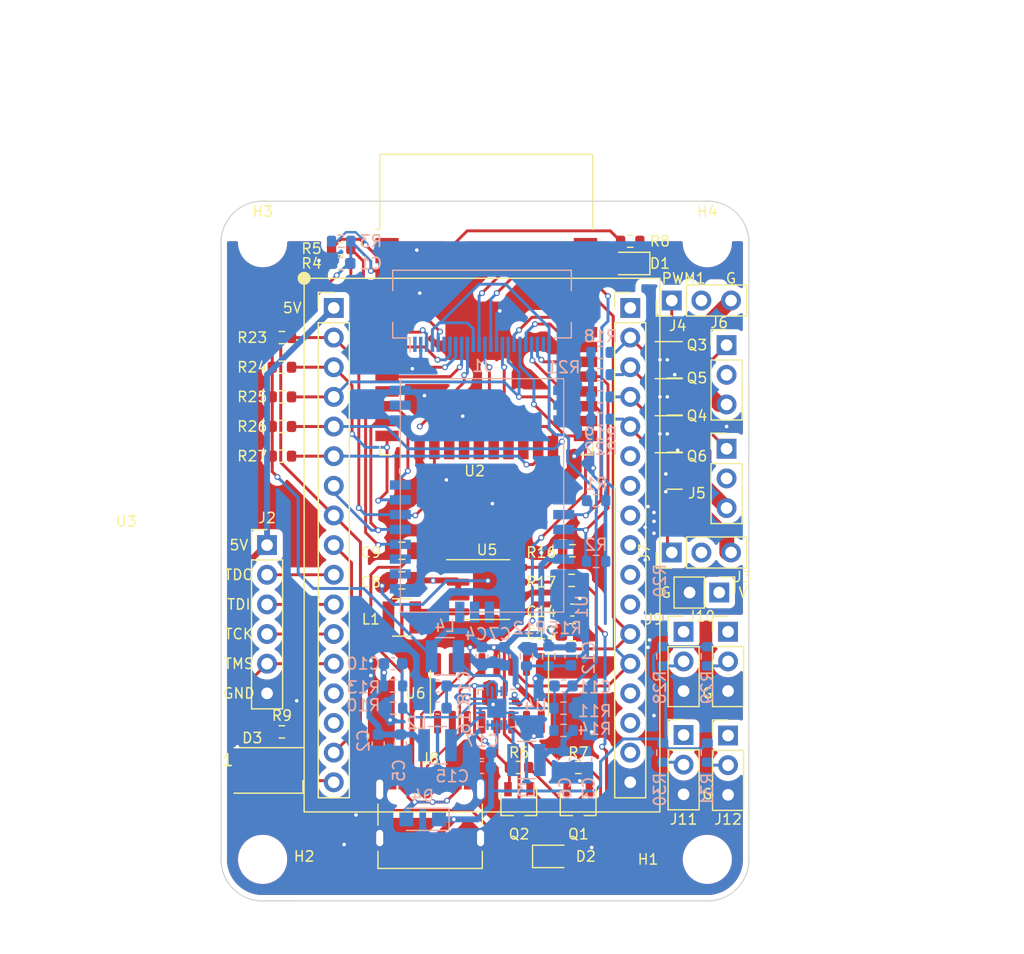
<source format=kicad_pcb>
(kicad_pcb (version 20211014) (generator pcbnew)
  (layers (0 "F.Cu" signal) (1 "In1.Cu" signal) (2 "In2.Cu" signal) (31 "B.Cu" signal) (34 "B.Paste" user) (35 "F.Paste" user) (36 "B.SilkS" user "B.Silkscreen") (37 "F.SilkS" user "F.Silkscreen") (38 "B.Mask" user) (39 "F.Mask" user) (44 "Edge.Cuts" user))
  (net 0 "")
  (net 1 "/EN")
  (net 2 "1V2")
  (net 3 "2V8")
  (net 4 "3V3")
  (net 5 "VBAT")
  (net 6 "PGND")
  (net 7 "USB5V")
  (net 8 "Net-(C10-Pad2)")
  (net 9 "Net-(C11-Pad2)")
  (net 10 "Net-(C12-Pad2)")
  (net 11 "/D5")
  (net 12 "5V")
  (net 13 "Net-(D1-Pad2)")
  (net 14 "Net-(D2-Pad2)")
  (net 15 "/STORE")
  (net 16 "AGND")
  (net 17 "/SDA")
  (net 18 "/SCL")
  (net 19 "/RESET")
  (net 20 "/VSYNC")
  (net 21 "/HREF")
  (net 22 "/D7")
  (net 23 "/SD_CMD")
  (net 24 "/D6")
  (net 25 "/D4")
  (net 26 "/D0")
  (net 27 "/D3")
  (net 28 "/D1")
  (net 29 "/D2")
  (net 32 "/usb2serial/D+")
  (net 33 "/usb2serial/D-")
  (net 37 "Net-(L1-Pad2)")
  (net 38 "Net-(L2-Pad2)")
  (net 39 "Net-(L3-Pad2)")
  (net 40 "Net-(L4-Pad2)")
  (net 41 "Net-(Q1-Pad1)")
  (net 42 "/RTS")
  (net 43 "Net-(Q2-Pad1)")
  (net 44 "/DTR")
  (net 45 "/ext/PWM1")
  (net 46 "/ext/PWM3")
  (net 47 "/ext/PWM2")
  (net 48 "/ext/PWM4")
  (net 49 "/RXEN")
  (net 50 "/TXEN")
  (net 51 "/ext/TMS")
  (net 52 "Net-(R16-Pad1)")
  (net 53 "Net-(R17-Pad2)")
  (net 56 "/MISO")
  (net 57 "/SCK")
  (net 58 "/MOSI")
  (net 65 "/E32_RST")
  (net 66 "/NSS")
  (net 68 "/UART_RX")
  (net 69 "/UART_TX")
  (net 77 "/ext/TDO")
  (net 78 "/ext/TDI")
  (net 79 "/ext/TCK")
  (net 95 "Net-(J4-Pad3)")
  (net 96 "Net-(J5-Pad3)")
  (net 97 "Net-(J6-Pad3)")
  (net 98 "Net-(J7-Pad3)")
  (net 99 "/PCLK")
  (net 100 "/PWDN")
  (net 101 "/ext/EXT_PWM5")
  (net 102 "Net-(J9-Pad2)")
  (net 103 "/ext/EXT_PWM6")
  (net 104 "Net-(J10-Pad2)")
  (net 105 "/ext/EXT_PWM7")
  (net 106 "Net-(J11-Pad2)")
  (net 107 "/ext/EXT_PWM8")
  (net 108 "Net-(J12-Pad2)")
  (net 109 "/ext/PWM_RST")
  (net 111 "/ext/PRG_LED")
  (footprint "Package_SO:SOIC-16_3.9x9.9mm_P1.27mm" (layer "F.Cu") (at 168.275 88.9 -90)
    (fp_text reference "U6")
    (fp_text value "CH340C")
  )
  (footprint "MountingHole:MountingHole_3.2mm_M3" (layer "F.Cu") (at 186.944 103.124)
    (fp_text reference "H1")
    (fp_text value "MountingHole")
  )
  (footprint "Package_TO_SOT_SMD:SOT-23" (layer "F.Cu") (at 184.15 60.325)
    (fp_text reference "Q3")
    (fp_text value "Q_NMOS_GSD")
  )
  (footprint "Connector_PinHeader_2.54mm:PinHeader_1x02_P2.54mm_Vertical" (layer "F.Cu") (at 187.965 80.264 -90)
    (fp_text reference "J3")
    (fp_text value "Conn_01x02")
  )
  (footprint "Resistor_SMD:R_0603_1608Metric" (layer "F.Cu") (at 150.495 66.04)
    (fp_text reference "R26")
    (fp_text value "10K")
  )
  (footprint "Package_SO:SOIC-8-1EP_3.9x4.9mm_P1.27mm_EP2.41x3.3mm" (layer "F.Cu") (at 168.07 80.01)
    (fp_text reference "U5")
    (fp_text value "ETA9640")
  )
  (footprint "Resistor_SMD:R_0603_1608Metric" (layer "F.Cu") (at 175.324 79.22375 180)
    (fp_text reference "R17")
    (fp_text value "10K")
  )
  (footprint "Resistor_SMD:R_0603_1608Metric" (layer "F.Cu") (at 150.495 63.5)
    (fp_text reference "R25")
    (fp_text value "10K")
  )
  (footprint "Resistor_SMD:R_0603_1608Metric" (layer "F.Cu") (at 150.495 58.42)
    (fp_text reference "R23")
    (fp_text value "10K")
  )
  (footprint "Connector_PinHeader_2.54mm:PinHeader_1x03_P2.54mm_Vertical" (layer "F.Cu") (at 183.896 76.835 90)
    (fp_text reference "J7")
    (fp_text value "Conn_01x03")
  )
  (footprint "LED_SMD:LED_SK6812MINI_PLCC4_3.5x3.5mm_P1.75mm" (layer "F.Cu") (at 149.352 95.504)
    (fp_text reference "D3")
    (fp_text value "SK6812MINI")
  )
  (footprint "Resistor_SMD:R_0603_1608Metric" (layer "F.Cu") (at 180.34 50.165 180)
    (fp_text reference "R8")
    (fp_text value "10K")
  )
  (footprint "Capacitor_SMD:C_0805_2012Metric" (layer "F.Cu") (at 160.775 76.68375)
    (fp_text reference "C9")
    (fp_text value "C")
  )
  (footprint "Resistor_SMD:R_0603_1608Metric" (layer "F.Cu") (at 150.495 60.96)
    (fp_text reference "R24")
    (fp_text value "10K")
  )
  (footprint "Capacitor_SMD:C_0805_2012Metric" (layer "F.Cu") (at 175.38 83.66875)
    (fp_text reference "C13")
    (fp_text value "10u")
  )
  (footprint "Capacitor_SMD:C_0603_1608Metric" (layer "F.Cu") (at 175.38 81.76375)
    (fp_text reference "C14")
    (fp_text value "0.1u")
  )
  (footprint "Package_TO_SOT_SMD:TSOT-23" (layer "F.Cu") (at 170.815 98.425 -90)
    (fp_text reference "Q2")
    (fp_text value "Q_NPN_BEC")
  )
  (footprint "Package_TO_SOT_SMD:SOT-23" (layer "F.Cu") (at 184.15 66.675)
    (fp_text reference "Q4")
    (fp_text value "Q_NMOS_GSD")
  )
  (footprint "MountingHole:MountingHole_3.2mm_M3" (layer "F.Cu") (at 148.844 103.124)
    (fp_text reference "H2")
    (fp_text value "MountingHole")
  )
  (footprint "Connector_PinHeader_2.54mm:PinHeader_1x03_P2.54mm_Vertical" (layer "F.Cu") (at 188.595 67.945)
    (fp_text reference "J5")
    (fp_text value "Conn_01x03")
  )
  (footprint "MountingHole:MountingHole_3.2mm_M3" (layer "F.Cu") (at 186.944 50.292)
    (fp_text reference "H4")
    (fp_text value "MountingHole")
  )
  (footprint "Connector_PinHeader_2.54mm:PinHeader_1x03_P2.54mm_Vertical" (layer "F.Cu") (at 188.722 92.515)
    (fp_text reference "J12")
    (fp_text value "Conn_01x03")
  )
  (footprint "Package_TO_SOT_SMD:SOT-23" (layer "F.Cu") (at 184.15 69.85)
    (fp_text reference "Q6")
    (fp_text value "Q_NMOS_GSD")
  )
  (footprint "Connector_PinHeader_2.54mm:PinHeader_1x03_P2.54mm_Vertical" (layer "F.Cu") (at 183.896 55.245 90)
    (fp_text reference "J4")
    (fp_text value "Conn_01x03")
  )
  (footprint "Connector_USB:USB_C_Receptacle_Palconn_UTC16-G" (layer "F.Cu") (at 163.195 99.06)
    (fp_text reference "J8")
    (fp_text value "USB_C_Receptacle")
  )
  (footprint "Inductor_SMD:L_Abracon_ASPI-3012S" (layer "F.Cu") (at 160.775 82.39875)
    (fp_text reference "L1")
    (fp_text value "L")
  )
  (footprint "LED_SMD:LED_0805_2012Metric" (layer "F.Cu") (at 180.34 52.07 180)
    (fp_text reference "D1")
    (fp_text value "LED")
  )
  (footprint "Connector_PinHeader_2.54mm:PinHeader_1x03_P2.54mm_Vertical" (layer "F.Cu") (at 188.722 83.625)
    (fp_text reference "J10")
    (fp_text value "Conn_01x03")
  )
  (footprint "Connector_PinHeader_2.54mm:PinHeader_1x03_P2.54mm_Vertical" (layer "F.Cu") (at 184.912 83.625)
    (fp_text reference "J9")
    (fp_text value "Conn_01x03")
  )
  (footprint "Package_TO_SOT_SMD:SOT-23" (layer "F.Cu") (at 184.15 63.5)
    (fp_text reference "Q5")
    (fp_text value "Q_NMOS_GSD")
  )
  (footprint "Resistor_SMD:R_0603_1608Metric" (layer "F.Cu") (at 155.575 50.8 180)
    (fp_text reference "R5")
    (fp_text value "4.7k")
  )
  (footprint "E32-900M20S_Pcblib:Flight_Core" (layer "F.Cu") (at 142.24 81.28)
    (fp_text reference "U3")
    (fp_text value "v3s_flight_controller")
  )
  (footprint "RF_Module:ESP32-WROOM-32" (layer "F.Cu") (at 168.005 58.59)
    (fp_text reference "U2")
    (fp_text value "ESP32-WROOM-32")
  )
  (footprint "Connector_PinHeader_2.54mm:PinHeader_1x03_P2.54mm_Vertical" (layer "F.Cu") (at 184.912 92.471)
    (fp_text reference "J11")
    (fp_text value "Conn_01x03")
  )
  (footprint "Resistor_SMD:R_0603_1608Metric" (layer "F.Cu") (at 175.38 76.68375)
    (fp_text reference "R16")
    (fp_text value "1.2k")
  )
  (footprint "Resistor_SMD:R_0603_1608Metric" (layer "F.Cu") (at 150.495 68.58)
    (fp_text reference "R27")
    (fp_text value "10K")
  )
  (footprint "Package_TO_SOT_SMD:TSOT-23" (layer "F.Cu") (at 175.895 98.425 -90)
    (fp_text reference "Q1")
    (fp_text value "Q_NPN_BEC")
  )
  (footprint "Connector_PinHeader_2.54mm:PinHeader_1x03_P2.54mm_Vertical" (layer "F.Cu") (at 188.595 59.07)
    (fp_text reference "J6")
    (fp_text value "Conn_01x03")
  )
  (footprint "Resistor_SMD:R_0603_1608Metric" (layer "F.Cu") (at 155.575 52.07 180)
    (fp_text reference "R4")
    (fp_text value "4.7k")
  )
  (footprint "Resistor_SMD:R_0603_1608Metric" (layer "F.Cu") (at 175.895 95.25 180)
    (fp_text reference "R7")
    (fp_text value "100K")
  )
  (footprint "Connector_PinHeader_2.54mm:PinHeader_1x06_P2.54mm_Vertical" (layer "F.Cu") (at 149.225 76.2)
    (fp_text reference "J2")
    (fp_text value "Conn_01x06")
  )
  (footprint "Capacitor_SMD:C_0805_2012Metric" (layer "F.Cu") (at 160.775 79.22375 180)
    (fp_text reference "C8")
    (fp_text value "C")
  )
  (footprint "Resistor_SMD:R_0603_1608Metric" (layer "F.Cu") (at 170.815 95.25 180)
    (fp_text reference "R6")
    (fp_text value "100K")
  )
  (footprint "LED_SMD:LED_0805_2012Metric" (layer "F.Cu") (at 173.6575 102.87)
    (fp_text reference "D2")
    (fp_text value "LED")
  )
  (footprint "Resistor_SMD:R_0603_1608Metric" (layer "F.Cu") (at 150.495 92.202 180)
    (fp_text reference "R9")
    (fp_text value "10K")
  )
  (footprint "MountingHole:MountingHole_3.2mm_M3" (layer "F.Cu") (at 148.844 50.292)
    (fp_text reference "H3")
    (fp_text value "MountingHole")
  )
  (footprint "Capacitor_SMD:C_0603_1608Metric" (layer "B.Cu") (at 155.575 52.07 180)
    (fp_text reference "C1")
    (fp_text value "0.1u")
  )
  (footprint "Package_DFN_QFN:QFN-20-1EP_3x3mm_P0.4mm_EP1.65x1.65mm" (layer "B.Cu") (at 168.91 90.17 180)
    (fp_text reference "U4")
    (fp_text value "EA3036")
  )
  (footprint "Resistor_SMD:R_0603_1608Metric" (layer "B.Cu") (at 177.419 72.39 180)
    (fp_text reference "R1")
    (fp_text value "10K")
  )
  (footprint "Resistor_SMD:R_0603_1608Metric" (layer "B.Cu") (at 182.626 82.423 -90)
    (fp_text reference "R20")
    (fp_text value "0R")
  )
  (footprint "Resistor_SMD:R_0603_1608Metric" (layer "B.Cu") (at 183.134 85.725 -90)
    (fp_text reference "R28")
    (fp_text value "0R")
  )
  (footprint "Resistor_SMD:R_0603_1608Metric" (layer "B.Cu") (at 177.8 61.595 180)
    (fp_text reference "R21")
    (fp_text value "10K")
  )
  (footprint "Resistor_SMD:R_0603_1608Metric" (layer "B.Cu") (at 177.8 65.405 180)
    (fp_text reference "R22")
    (fp_text value "10K")
  )
  (footprint "Capacitor_SMD:C_0603_1608Metric" (layer "B.Cu") (at 160.02 86.36)
    (fp_text reference "C10")
    (fp_text value "220p")
  )
  (footprint "Connector_FFC-FPC:Hirose_FH12-24S-0.5SH_1x24-1MP_P0.50mm_Horizontal" (layer "B.Cu") (at 167.64 57.15)
    (fp_text reference "J1")
    (fp_text value "Conn_01x24")
  )
  (footprint "Inductor_SMD:L_Abracon_ASPI-3012S" (layer "B.Cu") (at 163.83 93.345)
    (fp_text reference "L2")
    (fp_text value "2.2uH")
  )
  (footprint "Inductor_SMD:L_Abracon_ASPI-3012S" (layer "B.Cu") (at 171.45 94.615 180)
    (fp_text reference "L3")
    (fp_text value "2.2uH")
  )
  (footprint "Resistor_SMD:R_0603_1608Metric" (layer "B.Cu") (at 171.45 85.725 -90)
    (fp_text reference "R12")
    (fp_text value "150k")
  )
  (footprint "Capacitor_SMD:C_0603_1608Metric" (layer "B.Cu") (at 163.83 90.17 180)
    (fp_text reference "C16")
    (fp_text value "4.7u")
  )
  (footprint "Resistor_SMD:R_0603_1608Metric" (layer "B.Cu") (at 155.575 50.165 180)
    (fp_text reference "R3")
    (fp_text value "10K")
  )
  (footprint "Capacitor_SMD:C_0603_1608Metric" (layer "B.Cu") (at 163.83 88.265 180)
    (fp_text reference "C18")
    (fp_text value "0.1u")
  )
  (footprint "Capacitor_SMD:C_0603_1608Metric" (layer "B.Cu") (at 175.26 85.725 -90)
    (fp_text reference "C12")
    (fp_text value "220p")
  )
  (footprint "Capacitor_SMD:C_0603_1608Metric" (layer "B.Cu") (at 158.75 93.205 -90)
    (fp_text reference "C2")
    (fp_text value "4.7u")
  )
  (footprint "E32-900M20S_Pcblib:E32-900M20S" (layer "B.Cu") (at 160.63999 81.94001 90)
    (fp_text reference "U1")
    (fp_text value "E32-900M20S")
  )
  (footprint "Resistor_SMD:R_0603_1608Metric" (layer "B.Cu") (at 186.944 93.98 -90)
    (fp_text reference "R31")
    (fp_text value "0R")
  )
  (footprint "Capacitor_SMD:C_0603_1608Metric" (layer "B.Cu") (at 167.64 95.25 180)
    (fp_text reference "C15")
    (fp_text value "4.7u")
  )
  (footprint "Capacitor_SMD:C_0603_1608Metric" (layer "B.Cu") (at 167.64 85.725 -90)
    (fp_text reference "C4")
    (fp_text value "4.7u")
  )
  (footprint "Inductor_SMD:L_Abracon_ASPI-3012S" (layer "B.Cu") (at 164.465 85.725)
    (fp_text reference "L4")
    (fp_text value "2.2uH")
  )
  (footprint "Capacitor_SMD:C_0603_1608Metric" (layer "B.Cu") (at 169.545 85.725 -90)
    (fp_text reference "C7")
    (fp_text value "0.1u")
  )
  (footprint "Resistor_SMD:R_0603_1608Metric" (layer "B.Cu") (at 183.134 93.98 -90)
    (fp_text reference "R30")
    (fp_text value "0R")
  )
  (footprint "Resistor_SMD:R_0603_1608Metric" (layer "B.Cu") (at 186.944 85.725 -90)
    (fp_text reference "R29")
    (fp_text value "0R")
  )
  (footprint "Resistor_SMD:R_0603_1608Metric" (layer "B.Cu") (at 177.419 77.597 180)
    (fp_text reference "R2")
    (fp_text value "10K")
  )
  (footprint "Capacitor_SMD:C_0603_1608Metric" (layer "B.Cu") (at 174.625 94.615 -90)
    (fp_text reference "C6")
    (fp_text value "0.1u")
  )
  (footprint "Resistor_SMD:R_0603_1608Metric" (layer "B.Cu") (at 160.02 90.17)
    (fp_text reference "R10")
    (fp_text value "100k")
  )
  (footprint "Capacitor_SMD:C_0603_1608Metric" (layer "B.Cu") (at 174.625 88.265 180)
    (fp_text reference "C11")
    (fp_text value "220p")
  )
  (footprint "Diode_SMD:Nexperia_CFP3_SOD-123W" (layer "B.Cu") (at 162.56 99.695 180)
    (fp_text reference "D4")
    (fp_text value "PMEG40T10ER")
  )
  (footprint "Resistor_SMD:R_0603_1608Metric" (layer "B.Cu") (at 174.625 92.075 180)
    (fp_text reference "R14")
    (fp_text value "360k")
  )
  (footprint "Capacitor_SMD:C_0603_1608Metric" (layer "B.Cu") (at 167.64 93.98 180)
    (fp_text reference "C17")
    (fp_text value "0.1u")
  )
  (footprint "Capacitor_SMD:C_0603_1608Metric" (layer "B.Cu") (at 160.655 93.205 -90)
    (fp_text reference "C5")
    (fp_text value "0.1u")
  )
  (footprint "Capacitor_SMD:C_0603_1608Metric" (layer "B.Cu") (at 176.53 94.615 -90)
    (fp_text reference "C3")
    (fp_text value "4.7u")
  )
  (footprint "Resistor_SMD:R_0603_1608Metric" (layer "B.Cu") (at 177.8 59.69 180)
    (fp_text reference "R18")
    (fp_text value "10K")
  )
  (footprint "Resistor_SMD:R_0603_1608Metric" (layer "B.Cu") (at 177.8 63.5 180)
    (fp_text reference "R19")
    (fp_text value "10K")
  )
  (footprint "Resistor_SMD:R_0603_1608Metric" (layer "B.Cu") (at 174.625 90.17 180)
    (fp_text reference "R11")
    (fp_text value "100k")
  )
  (footprint "Resistor_SMD:R_0603_1608Metric" (layer "B.Cu") (at 160.02 88.265)
    (fp_text reference "R13")
    (fp_text value "100k")
  )
  (footprint "Resistor_SMD:R_0603_1608Metric" (layer "B.Cu") (at 173.355 85.725 -90)
    (fp_text reference "R15")
    (fp_text value "680k")
  )
  (gr_arc (start 149.098 106.68) (mid 146.316244 105.637981) (end 145.289442 102.850573) (layer "Edge.Cuts") (width 0.1))
  (gr_arc (start 190.499999 102.87) (mid 189.45798 105.651756) (end 186.670572 106.678558) (layer "Edge.Cuts") (width 0.1))
  (gr_line (start 190.498558 50.565427) (end 190.499999 102.87) (layer "Edge.Cuts") (width 0.1))
  (gr_line (start 186.69 46.736) (end 153.162 46.736) (layer "Edge.Cuts") (width 0.1))
  (gr_arc (start 145.288 50.546) (mid 146.330019 47.764244) (end 149.117427 46.737442) (layer "Edge.Cuts") (width 0.1))
  (gr_arc (start 186.69 46.736) (mid 189.471756 47.778019) (end 190.498558 50.565427) (layer "Edge.Cuts") (width 0.1))
  (gr_line (start 149.098 106.68) (end 186.670572 106.678558) (layer "Edge.Cuts") (width 0.1))
  (gr_line (start 153.162 46.736) (end 149.117427 46.737442) (layer "Edge.Cuts") (width 0.1))
  (gr_line (start 145.288 50.546) (end 145.289442 102.850573) (layer "Edge.Cuts") (width 0.1))
  (gr_text "G" (at 183.388 80.264) (layer "F.SilkS") (effects (font (size 0.889 0.889) (thickness 0.127))))
  (gr_text "V" (at 189.992 80.264) (layer "F.SilkS") (effects (font (size 0.889 0.889) (thickness 0.127))))
  (gr_text "TMS" (at 146.812 86.36) (layer "F.SilkS") (effects (font (size 0.889 0.889) (thickness 0.127))))
  (gr_text "G" (at 188.976 53.34) (layer "F.SilkS") (effects (font (size 0.889 0.889) (thickness 0.127))))
  (gr_text "GND" (at 146.812 88.9) (layer "F.SilkS") (effects (font (size 0.889 0.889) (thickness 0.127))))
  (gr_text "TDI" (at 146.812 81.28) (layer "F.SilkS") (effects (font (size 0.889 0.889) (thickness 0.127))))
  (gr_text "5V" (at 151.384 55.88) (layer "F.SilkS") (effects (font (size 0.889 0.889) (thickness 0.127))))
  (gr_text "G" (at 186.944 97.536) (layer "F.SilkS") (effects (font (size 0.889 0.889) (thickness 0.127))))
  (gr_text "G" (at 186.944 88.9) (layer "F.SilkS") (effects (font (size 0.889 0.889) (thickness 0.127))))
  (gr_text "TDO" (at 146.812 78.74) (layer "F.SilkS") (effects (font (size 0.889 0.889) (thickness 0.127))))
  (gr_text "PWM1" (at 184.912 53.34) (layer "F.SilkS") (effects (font (size 0.889 0.889) (thickness 0.127))))
  (gr_text "TCK" (at 146.812 83.82) (layer "F.SilkS") (effects (font (size 0.889 0.889) (thickness 0.127))))
  (gr_text "5V" (at 146.812 76.2) (layer "F.SilkS") (effects (font (size 0.889 0.889) (thickness 0.127))))
  (segment (start 174.958489 100.671511) (end 168.489511 100.671511) (width 0.254) (layer "F.Cu") (net 1))
  (segment (start 157.226 75.946) (end 154.94 73.66) (width 0.254) (layer "F.Cu") (net 1))
  (segment (start 166.751 98.933) (end 158.242 98.933) (width 0.254) (layer "F.Cu") (net 1))
  (segment (start 158.115 52.705) (end 159.335 52.705) (width 0.25) (layer "F.Cu") (net 1))
  (segment (start 159.335 52.705) (end 159.505 52.875) (width 0.25) (layer "F.Cu") (net 1))
  (segment (start 150.39652 57.88348) (end 155.194 53.086) (width 0.254) (layer "F.Cu") (net 1))
  (segment (start 158.242 98.933) (end 157.226 97.917) (width 0.254) (layer "F.Cu") (net 1))
  (segment (start 154.94 73.66) (end 150.39652 69.11652) (width 0.254) (layer "F.Cu") (net 1))
  (segment (start 150.39652 69.11652) (end 150.39652 57.88348) (width 0.254) (layer "F.Cu") (net 1))
  (segment (start 168.489511 100.671511) (end 166.751 98.933) (width 0.254) (layer "F.Cu") (net 1))
  (segment (start 157.226 97.917) (end 157.226 75.946) (width 0.254) (layer "F.Cu") (net 1))
  (segment (start 175.895 99.735) (end 174.958489 100.671511) (width 0.254) (layer "F.Cu") (net 1))
  (via (at 155.194 53.086) (size 0.508) (drill 0.3048) (layers "F.Cu" "B.Cu") (net 1))
  (via (at 158.115 52.705) (size 0.508) (drill 0.3048) (layers "F.Cu" "B.Cu") (net 1))
  (segment (start 156.4 50.165) (end 156.4 52.02) (width 0.25) (layer "B.Cu") (net 1))
  (segment (start 158.115 51.88) (end 158.115 52.705) (width 0.25) (layer "B.Cu") (net 1))
  (segment (start 156.21 52.07) (end 155.194 53.086) (width 0.25) (layer "B.Cu") (net 1))
  (segment (start 156.4 50.165) (end 158.115 51.88) (width 0.25) (layer "B.Cu") (net 1))
  (segment (start 156.35 52.07) (end 156.21 52.07) (width 0.25) (layer "B.Cu") (net 1))
  (segment (start 156.4 52.02) (end 156.35 52.07) (width 0.25) (layer "B.Cu") (net 1))
  (segment (start 166.116 62.23) (end 162.306 66.04) (width 0.25) (layer "F.Cu") (net 2))
  (segment (start 166.116 61.636989) (end 166.116 62.23) (width 0.25) (layer "F.Cu") (net 2))
  (via (at 162.306 66.04) (size 0.508) (drill 0.3048) (layers "F.Cu" "B.Cu") (net 2))
  (via (at 166.116 61.636989) (size 0.508) (drill 0.3048) (layers "F.Cu" "B.Cu") (net 2))
  (via (at 159.258 87.122) (size 0.508) (drill 0.3048) (layers "F.Cu" "B.Cu") (net 2))
  (segment (start 158.75 92.43) (end 161.765 92.43) (width 0.508) (layer "B.Cu") (net 2))
  (segment (start 166.39 59) (end 166.39 61.448) (width 0.25) (layer "B.Cu") (net 2))
  (segment (start 161.765 92.43) (end 162.68 93.345) (width 0.508) (layer "B.Cu") (net 2))
  (segment (start 159.195 86.41) (end 159.245 86.36) (width 0.508) (layer "B.Cu") (net 2))
  (segment (start 158.75 91.694) (end 157.988 90.932) (width 0.508) (layer "B.Cu") (net 2))
  (segment (start 157.988 90.932) (end 157.988 89.472) (width 0.508) (layer "B.Cu") (net 2))
  (segment (start 166.116 61.722) (end 166.116 61.636989) (width 0.25) (layer "B.Cu") (net 2))
  (segment (start 157.988 89.472) (end 159.195 88.265) (width 0.508) (layer "B.Cu") (net 2))
  (segment (start 159.195 88.265) (end 159.195 86.41) (width 0.508) (layer "B.Cu") (net 2))
  (segment (start 166.39 61.448) (end 166.116 61.722) (width 0.25) (layer "B.Cu") (net 2))
  (segment (start 158.75 92.43) (end 158.75 91.694) (width 0.508) (layer "B.Cu") (net 2))
  (segment (start 172.6 94.615) (end 173.375 93.84) (width 0.508) (layer "B.Cu") (net 3))
  (segment (start 177.419 77.078217) (end 177.44552 77.104737) (width 0.25) (layer "B.Cu") (net 3))
  (segment (start 163.39 57.755359) (end 163.995359 57.15) (width 0.25) (layer "B.Cu") (net 3))
  (segment (start 166.37 57.15) (end 166.89 57.67) (width 0.25) (layer "B.Cu") (net 3))
  (segment (start 174.966961 68.111039) (end 174.966961 69.048961) (width 0.25) (layer "B.Cu") (net 3))
  (segment (start 175.062115 67.092912) (end 175.062115 68.015885) (width 0.25) (layer "B.Cu") (net 3))
  (segment (start 173.39 59) (end 173.39 66.179022) (width 0.25) (layer "B.Cu") (net 3))
  (segment (start 166.89 57.67) (end 166.89 59) (width 0.25) (layer "B.Cu") (net 3))
  (segment (start 177.44552 77.104737) (end 177.44552 86.21948) (width 0.25) (layer "B.Cu") (net 3))
  (segment (start 173.39 59) (end 173.39 57.566) (width 0.25) (layer "B.Cu") (net 3))
  (segment (start 164.084 57.15) (end 163.995359 57.15) (width 0.25) (layer "B.Cu") (net 3))
  (segment (start 169.672 53.848) (end 167.386 53.848) (width 0.25) (layer "B.Cu") (net 3))
  (segment (start 177.419 73.406717) (end 177.419 77.078217) (width 0.25) (layer "B.Cu") (net 3))
  (segment (start 174.72348 88.94152) (end 174.72348 92.80152) (width 0.254) (layer "B.Cu") (net 3))
  (segment (start 174.625 92.9) (end 175.45 92.075) (width 0.508) (layer "B.Cu") (net 3))
  (segment (start 174.723232 66.754029) (end 175.062115 67.092912) (width 0.25) (layer "B.Cu") (net 3))
  (segment (start 177.44552 71.52752) (end 177.44552 73.380197) (width 0.25) (layer "B.Cu") (net 3))
  (segment (start 163.39 59) (end 163.39 57.755359) (width 0.25) (layer "B.Cu") (net 3))
  (segment (start 174.625 93.84) (end 174.625 92.9) (width 0.508) (layer "B.Cu") (net 3))
  (segment (start 177.44552 86.21948) (end 175.4 88.265) (width 0.25) (layer "B.Cu") (net 3))
  (segment (start 173.39 66.179022) (end 173.965007 66.754029) (width 0.25) (layer "B.Cu") (net 3))
  (segment (start 163.995359 57.15) (end 166.37 57.15) (width 0.25) (layer "B.Cu") (net 3))
  (segment (start 175.062115 68.015885) (end 174.966961 68.111039) (width 0.25) (layer "B.Cu") (net 3))
  (segment (start 175.4 88.265) (end 174.72348 88.94152) (width 0.254) (layer "B.Cu") (net 3))
  (segment (start 174.72348 92.80152) (end 174.625 92.9) (width 0.254) (layer "B.Cu") (net 3))
  (segment (start 173.965007 66.754029) (end 174.723232 66.754029) (width 0.25) (layer "B.Cu") (net 3))
  (segment (start 174.966961 69.048961) (end 177.44552 71.52752) (width 0.25) (layer "B.Cu") (net 3))
  (segment (start 173.375 93.84) (end 176.53 93.84) (width 0.508) (layer "B.Cu") (net 3))
  (segment (start 173.39 57.566) (end 169.672 53.848) (width 0.25) (layer "B.Cu") (net 3))
  (segment (start 167.386 53.848) (end 164.084 57.15) (width 0.25) (layer "B.Cu") (net 3))
  (segment (start 177.44552 73.380197) (end 177.419 73.406717) (width 0.25) (layer "B.Cu") (net 3))
  (segment (start 149.67 69.914) (end 150.114 70.358) (width 0.254) (layer "F.Cu") (net 4))
  (segment (start 178.626 49.276) (end 166.37 49.276) (width 0.25) (layer "F.Cu") (net 4))
  (segment (start 155.54952 50.00048) (end 154.75 50.8) (width 0.25) (layer "F.Cu") (net 4))
  (segment (start 172.72 90.297) (end 170.688 88.265) (width 0.508) (layer "F.Cu") (net 4))
  (segment (start 166.37 49.276) (end 164.041 51.605) (width 0.25) (layer "F.Cu") (net 4))
  (segment (start 159.505 51.605) (end 158.793 51.605) (width 0.25) (layer "F.Cu") (net 4))
  (segment (start 154.75 52.07) (end 149.606 57.214) (width 0.25) (layer "F.Cu") (net 4))
  (segment (start 168.91 85.217) (end 168.91 86.425) (width 0.508) (layer "F.Cu") (net 4))
  (segment (start 158.793 51.605) (end 157.6705 50.4825) (width 0.25) (layer "F.Cu") (net 4))
  (segment (start 164.041 51.605) (end 159.505 51.605) (width 0.25) (layer "F.Cu") (net 4))
  (segment (start 168.656 84.963) (end 168.91 85.217) (width 0.508) (layer "F.Cu") (net 4))
  (segment (start 154.75 52.07) (end 154.75 50.8) (width 0.25) (layer "F.Cu") (net 4))
  (segment (start 149.67 68.58) (end 149.67 69.914) (width 0.254) (layer "F.Cu") (net 4))
  (segment (start 149.606 57.214) (end 149.606 58.356) (width 0.25) (layer "F.Cu") (net 4))
  (segment (start 149.67 68.58) (end 149.67 58.42) (width 0.254) (layer "F.Cu") (net 4))
  (segment (start 157.18848 50.00048) (end 155.54952 50.00048) (width 0.25) (layer "F.Cu") (net 4))
  (segment (start 179.515 50.165) (end 178.626 49.276) (width 0.25) (layer "F.Cu") (net 4))
  (segment (start 149.606 58.356) (end 149.67 58.42) (width 0.25) (layer "F.Cu") (net 4))
  (segment (start 157.6705 50.4825) (end 157.18848 50.00048) (width 0.25) (layer "F.Cu") (net 4))
  (segment (start 172.72 91.375) (end 172.72 90.297) (width 0.508) (layer "F.Cu") (net 4))
  (via (at 150.114 70.358) (size 0.508) (drill 0.3048) (layers "F.Cu" "B.Cu") (net 4))
  (via (at 157.6705 50.4825) (size 0.508) (drill 0.3048) (layers "F.Cu" "B.Cu") (net 4))
  (via (at 168.656 84.963) (size 0.508) (drill 0.3048) (layers "F.Cu" "B.Cu") (net 4))
  (via (at 170.688 88.265) (size 0.508) (drill 0.3048) (layers "F.Cu" "B.Cu") (net 4))
  (segment (start 156.806907 49.39048) (end 157.6705 50.254073) (width 0.2) (layer "B.Cu") (net 4))
  (segment (start 170.688 83.82) (end 172.72 83.82) (width 0.508) (layer "B.Cu") (net 4))
  (segment (start 167.64 84.95) (end 169.545 84.95) (width 0.508) (layer "B.Cu") (net 4))
  (segment (start 164.592 83.566) (end 166.256 83.566) (width 0.508) (layer "B.Cu") (net 4))
  (segment (start 153.195511 79.916511) (end 151.892 78.613) (width 0.254) (layer "B.Cu") (net 4))
  (segment (start 172.72 83.82) (end 173.355 84.455) (width 0.508) (layer "B.Cu") (net 4))
  (segment (start 170.688 88.265) (end 170.52148 88.09848) (width 0.508) (layer "B.Cu") (net 4))
  (segment (start 170.52148 85.92648) (end 169.545 84.95) (width 0.508) (layer "B.Cu") (net 4))
  (segment (start 172.72 83.82) (end 172.72 77.912) (width 0.508) (layer "B.Cu") (net 4))
  (segment (start 173.355 84.455) (end 173.355 84.9) (width 0.508) (layer "B.Cu") (net 4))
  (segment (start 151.892 78.613) (end 151.892 72.136) (width 0.254) (layer "B.Cu") (net 4))
  (segment (start 151.892 72.136) (end 150.114 70.358) (width 0.254) (layer "B.Cu") (net 4))
  (segment (start 169.558 84.95) (end 170.688 83.82) (width 0.508) (layer "B.Cu") (net 4))
  (segment (start 154.75 50.165) (end 155.218573 50.165) (width 0.2) (layer "B.Cu") (net 4))
  (segment (start 163.315 84.843) (end 164.592 83.566) (width 0.508) (layer "B.Cu") (net 4))
  (segment (start 166.256 83.566) (end 167.64 84.95) (width 0.508) (layer "B.Cu") (net 4))
  (segment (start 173.405 84.95) (end 173.355 84.9) (width 0.508) (layer "B.Cu") (net 4))
  (segment (start 163.315 85.725) (end 163.315 84.843) (width 0.508) (layer "B.Cu") (net 4))
  (segment (start 155.218573 50.165) (end 155.993093 49.39048) (width 0.2) (layer "B.Cu") (net 4))
  (segment (start 170.52148 88.09848) (end 170.52148 85.92648) (width 0.508) (layer "B.Cu") (net 4))
  (segment (start 173.232 77.4) (end 174.64 77.4) (width 0.508) (layer "B.Cu") (net 4))
  (segment (start 157.6705 50.254073) (end 157.6705 50.4825) (width 0.2) (layer "B.Cu") (net 4))
  (segment (start 163.315 85.725) (end 157.506511 79.916511) (width 0.254) (layer "B.Cu") (net 4))
  (segment (start 155.993093 49.39048) (end 156.806907 49.39048) (width 0.2) (layer "B.Cu") (net 4))
  (segment (start 175.26 84.95) (end 173.405 84.95) (width 0.508) (layer "B.Cu") (net 4))
  (segment (start 157.506511 79.916511) (end 153.195511 79.916511) (width 0.254) (layer "B.Cu") (net 4))
  (segment (start 169.545 84.95) (end 169.558 84.95) (width 0.508) (layer "B.Cu") (net 4))
  (segment (start 172.72 77.912) (end 173.232 77.4) (width 0.508) (layer "B.Cu") (net 4))
  (segment (start 161.725 79.22375) (end 165.44375 79.22375) (width 0.508) (layer "F.Cu") (net 5))
  (segment (start 165.595 80.645) (end 165.595 79.375) (width 0.508) (layer "F.Cu") (net 5))
  (segment (start 165.44375 79.22375) (end 165.595 79.375) (width 0.508) (layer "F.Cu") (net 5))
  (segment (start 161.725 79.22375) (end 159.66875 81.28) (width 0.508) (layer "F.Cu") (net 5))
  (via (at 163.449 79.248) (size 0.508) (drill 0.3048) (layers "F.Cu" "B.Cu") (net 5))
  (segment (start 168.07 80.01) (end 168.07 77.294) (width 1.27) (layer "F.Cu") (net 6))
  (segment (start 175.54548 69.81852) (end 175.54548 69.31052) (width 1.27) (layer "F.Cu") (net 6))
  (segment (start 159.825 79.22375) (end 159.53625 79.22375) (width 1.27) (layer "F.Cu") (net 6))
  (segment (start 159.53625 79.22375) (end 159.07452 79.68548) (width 1.27) (layer "F.Cu") (net 6))
  (segment (start 175.54548 69.31052) (end 175.54548 68.58) (width 1.27) (layer "F.Cu") (net 6))
  (segment (start 175.26 70.104) (end 175.54548 69.81852) (width 1.27) (layer "F.Cu") (net 6))
  (segment (start 168.07 77.294) (end 175.26 70.104) (width 1.27) (layer "F.Cu") (net 6))
  (via (at 183.515 60.325) (size 0.508) (drill 0.3048) (layers "F.Cu" "B.Cu") (net 6))
  (via (at 184.15 61.595) (size 0.508) (drill 0.3048) (layers "F.Cu" "B.Cu") (net 6))
  (via (at 184.404 68.072) (size 0.508) (drill 0.3048) (layers "F.Cu" "B.Cu") (net 6))
  (via (at 182.372 73.406) (size 0.508) (drill 0.3048) (layers "F.Cu" "B.Cu") (net 6))
  (via (at 183.388 70.104) (size 0.508) (drill 0.3048) (layers "F.Cu" "B.Cu") (net 6))
  (via (at 188.595 66.04) (size 0.508) (drill 0.3048) (layers "F.Cu" "B.Cu") (net 6))
  (via (at 182.88 66.675) (size 0.508) (drill 0.3048) (layers "F.Cu" "B.Cu") (net 6))
  (via (at 182.88 60.325) (size 0.508) (drill 0.3048) (layers "F.Cu" "B.Cu") (net 6))
  (via (at 183.388 71.628) (size 0.508) (drill 0.3048) (layers "F.Cu" "B.Cu") (net 6))
  (via (at 182.88 63.5) (size 0.508) (drill 0.3048) (layers "F.Cu" "B.Cu") (net 6))
  (via (at 182.372 75.184) (size 0.508) (drill 0.3048) (layers "F.Cu" "B.Cu") (net 6))
  (via (at 181.61 74.676) (size 0.508) (drill 0.3048) (layers "F.Cu" "B.Cu") (net 6))
  (via (at 183.515 66.675) (size 0.508) (drill 0.3048) (layers "F.Cu" "B.Cu") (net 6))
  (via (at 183.515 63.5) (size 0.508) (drill 0.3048) (layers "F.Cu" "B.Cu") (net 6))
  (via (at 168.148 79.248) (size 0.508) (drill 0.3048) (layers "F.Cu" "B.Cu") (net 6))
  (via (at 181.864 72.898) (size 0.508) (drill 0.3048) (layers "F.Cu" "B.Cu") (net 6))
  (via (at 182.372 74.168) (size 0.508) (drill 0.3048) (layers "F.Cu" "B.Cu") (net 6))
  (via (at 175.54548 68.58) (size 0.508) (drill 0.3048) (layers "F.Cu" "B.Cu") (net 6))
  (via (at 159.07452 79.68548) (size 0.508) (drill 0.3048) (layers "F.Cu" "B.Cu") (net 6))
  (via (at 181.61 77.47) (size 0.508) (drill 0.3048) (layers "F.Cu" "B.Cu") (net 6))
  (segment (start 164.592 79.248) (end 168.148 79.248) (width 0.254) (layer "B.Cu") (net 6))
  (segment (start 160.026978 81.28) (end 162.56 81.28) (width 0.254) (layer "B.Cu") (net 6))
  (segment (start 162.56 81.28) (end 164.592 79.248) (width 0.254) (layer "B.Cu") (net 6))
  (segment (start 176.975 67.15048) (end 175.54548 68.58) (width 0.508) (layer "B.Cu") (net 6))
  (segment (start 176.975 59.69) (end 176.975 65.405) (width 0.508) (layer "B.Cu") (net 6))
  (segment (start 159.07452 80.327542) (end 160.026978 81.28) (width 0.254) (layer "B.Cu") (net 6))
  (segment (start 159.07452 79.68548) (end 159.07452 80.327542) (width 0.254) (layer "B.Cu") (net 6))
  (segment (start 176.975 65.405) (end 176.975 67.15048) (width 0.508) (layer "B.Cu") (net 6))
  (segment (start 158.115 78.74) (end 158.75 78.105) (width 0.25) (layer "F.Cu") (net 7))
  (segment (start 158.75 78.105) (end 160.655 78.105) (width 0.25) (layer "F.Cu") (net 7))
  (segment (start 164.644541 98.096541) (end 164.526563 98.214519) (width 0.25) (layer "F.Cu") (net 7))
  (segment (start 163.14625 78.105) (end 161.725 76.68375) (width 0.508) (layer "F.Cu") (net 7))
  (segment (start 160.795 96.55) (end 160.795 87.135) (width 0.25) (layer "F.Cu") (net 7))
  (segment (start 164.526563 98.214519) (end 163.405481 98.214519) (width 0.25) (layer "F.Cu") (net 7))
  (segment (start 160.655 78.105) (end 161.725 77.035) (width 0.25) (layer "F.Cu") (net 7))
  (segment (start 165.595 97.146082) (end 164.644541 98.096541) (width 0.25) (layer "F.Cu") (net 7))
  (segment (start 165.595 78.105) (end 163.14625 78.105) (width 0.508) (layer "F.Cu") (net 7))
  (segment (start 160.795 87.135) (end 158.115 84.455) (width 0.25) (layer "F.Cu") (net 7))
  (segment (start 160.795 97.146082) (end 160.795 96.55) (width 0.25) (layer "F.Cu") (net 7))
  (segment (start 161.881481 98.214519) (end 161.714519 98.214519) (width 0.25) (layer "F.Cu") (net 7))
  (segment (start 158.115 84.455) (end 158.115 78.74) (width 0.25) (layer "F.Cu") (net 7))
  (segment (start 163.405481 98.214519) (end 161.881481 98.214519) (width 0.25) (layer "F.Cu") (net 7))
  (segment (start 165.595 96.55) (end 165.595 97.146082) (width 0.25) (layer "F.Cu") (net 7))
  (segment (start 161.29 97.641082) (end 160.795 97.146082) (width 0.25) (layer "F.Cu") (net 7))
  (segment (start 161.714519 98.214519) (end 161.29 97.79) (width 0.25) (layer "F.Cu") (net 7))
  (segment (start 161.29 97.79) (end 161.29 97.641082) (width 0.25) (layer "F.Cu") (net 7))
  (via (at 161.881481 98.214519) (size 0.508) (drill 0.3048) (layers "F.Cu" "B.Cu") (net 7))
  (via (at 163.405481 98.214519) (size 0.508) (drill 0.3048) (layers "F.Cu" "B.Cu") (net 7))
  (via (at 164.644541 98.096541) (size 0.508) (drill 0.3048) (layers "F.Cu" "B.Cu") (net 7))
  (segment (start 164.526563 98.214519) (end 164.644541 98.096541) (width 0.2) (layer "B.Cu") (net 7))
  (segment (start 161.16 99.695) (end 161.16 98.936) (width 0.508) (layer "B.Cu") (net 7))
  (segment (start 161.16 98.936) (end 161.881481 98.214519) (width 0.508) (layer "B.Cu") (net 7))
  (segment (start 161.881481 98.214519) (end 164.526563 98.214519) (width 0.2) (layer "B.Cu") (net 7))
  (segment (start 160.845 90.17) (end 161.61952 90.94452) (width 0.2) (layer "B.Cu") (net 8))
  (segment (start 160.795 86.36) (end 160.795 90.12) (width 0.25) (layer "B.Cu") (net 8))
  (segment (start 160.795 90.12) (end 160.845 90.17) (width 0.25) (layer "B.Cu") (net 8))
  (segment (start 166.77 89.77) (end 167.46 89.77) (width 0.2) (layer "B.Cu") (net 8))
  (segment (start 161.61952 90.94452) (end 165.59548 90.94452) (width 0.2) (layer "B.Cu") (net 8))
  (segment (start 165.59548 90.94452) (end 166.77 89.77) (width 0.2) (layer "B.Cu") (net 8))
  (segment (start 170.36 90.17) (end 173.8 90.17) (width 0.2) (layer "B.Cu") (net 9))
  (segment (start 173.85 88.265) (end 173.85 92.025) (width 0.2) (layer "B.Cu") (net 9))
  (segment (start 173.85 92.025) (end 173.8 92.075) (width 0.2) (layer "B.Cu") (net 9))
  (segment (start 171.45 86.55) (end 175.21 86.55) (width 0.254) (layer "B.Cu") (net 10))
  (segment (start 171.45 89.199295) (end 171.45 86.55) (width 0.2) (layer "B.Cu") (net 10))
  (segment (start 175.21 86.55) (end 175.26 86.5) (width 0.254) (layer "B.Cu") (net 10))
  (segment (start 170.879295 89.77) (end 171.45 89.199295) (width 0.2) (layer "B.Cu") (net 10))
  (segment (start 170.36 89.77) (end 170.879295 89.77) (width 0.2) (layer "B.Cu") (net 10))
  (segment (start 173.164641 66.039641) (end 172.085359 66.039641) (width 0.25) (layer "F.Cu") (net 11))
  (segment (start 169.545 63.499282) (end 169.545 60.96) (width 0.25) (layer "F.Cu") (net 11))
  (segment (start 173.72 66.595) (end 173.164641 66.039641) (width 0.25) (layer "F.Cu") (net 11))
  (segment (start 151.32 66.04) (end 154.94 66.04) (width 0.254) (layer "F.Cu") (net 11))
  (segment (start 173.72 67.845) (end 173.72 66.595) (width 0.25) (layer "F.Cu") (net 11))
  (segment (start 174.483604 67.33254) (end 173.971144 67.845) (width 0.25) (layer "F.Cu") (net 11))
  (segment (start 172.085359 66.039641) (end 169.545 63.499282) (width 0.25) (layer "F.Cu") (net 11))
  (segment (start 173.971144 67.845) (end 173.72 67.845) (width 0.25) (layer "F.Cu") (net 11))
  (via (at 174.483604 67.33254) (size 0.508) (drill 0.3048) (layers "F.Cu" "B.Cu") (net 11))
  (via (at 169.545 60.96) (size 0.508) (drill 0.3048) (layers "F.Cu" "B.Cu") (net 11))
  (segment (start 174.483604 67.33254) (end 173.871144 67.945) (width 0.25) (layer "B.Cu") (net 11))
  (segment (start 173.871144 67.945) (end 161.320489 67.945) (width 0.25) (layer "B.Cu") (net 11))
  (segment (start 169.39 60.805) (end 169.545 60.96) (width 0.25) (layer "B.Cu") (net 11))
  (segment (start 169.39 59) (end 169.39 60.805) (width 0.25) (layer "B.Cu") (net 11))
  (segment (start 161.320489 67.945) (end 159.415489 66.04) (width 0.25) (layer "B.Cu") (net 11))
  (segment (start 159.415489 66.04) (end 154.94 66.04) (width 0.25) (layer "B.Cu") (net 11))
  (segment (start 149.352 96.004) (end 149.352 93.98) (width 0.508) (layer "F.Cu") (net 12))
  (segment (start 153.162 97.79) (end 150.114 97.79) (width 0.508) (layer "F.Cu") (net 12))
  (segment (start 148.214021 92.964) (end 146.812 91.561979) (width 0.508) (layer "F.Cu") (net 12))
  (segment (start 149.352 97.028) (end 149.352 96.004) (width 0.508) (layer "F.Cu") (net 12))
  (segment (start 170.545 81.915) (end 171.577 81.915) (width 0.254) (layer "F.Cu") (net 12))
  (segment (start 174.12125 81.28) (end 174.605 81.76375) (width 0.508) (layer "F.Cu") (net 12))
  (segment (start 165.227 99.695) (end 162.306 102.616) (width 0.508) (layer "F.Cu") (net 12))
  (segment (start 167.580099 92.964) (end 167.894 92.964) (width 0.254) (layer "F.Cu") (net 12))
  (segment (start 150.727 94.629) (end 151.102 94.629) (width 0.508) (layer "F.Cu") (net 12))
  (segment (start 167.005 88.265) (end 167.005 92.388901) (width 0.254) (layer "F.Cu") (net 12))
  (segment (start 172.212 81.28) (end 174.12125 81.28) (width 0.508) (layer "F.Cu") (net 12))
  (segment (start 149.352 96.004) (end 150.727 94.629) (width 0.508) (layer "F.Cu") (net 12))
  (segment (start 148.336 92.964) (end 148.214021 92.964) (width 0.508) (layer "F.Cu") (net 12))
  (segment (start 174.43 83.66875) (end 173.775782 83.66875) (width 0.508) (layer "F.Cu") (net 12))
  (segment (start 174.605 83.49375) (end 174.43 83.66875) (width 0.508) (layer "F.Cu") (net 12))
  (segment (start 162.306 102.616) (end 157.988 102.616) (width 0.508) (layer "F.Cu") (net 12))
  (segment (start 174.605 81.76375) (end 174.605 83.49375) (width 0.508) (layer "F.Cu") (net 12))
  (segment (start 150.114 97.79) (end 149.352 97.028) (width 0.508) (layer "F.Cu") (net 12))
  (segment (start 157.988 102.616) (end 153.162 97.79) (width 0.508) (layer "F.Cu") (net 12))
  (segment (start 146.812 91.561979) (end 146.812 78.486) (width 0.508) (layer "F.Cu") (net 12))
  (segment (start 149.352 93.98) (end 148.336 92.964) (width 0.508) (layer "F.Cu") (net 12))
  (segment (start 171.577 81.915) (end 172.212 81.28) (width 0.508) (layer "F.Cu") (net 12))
  (segment (start 167.005 92.388901) (end 167.580099 92.964) (width 0.254) (layer "F.Cu") (net 12))
  (segment (start 146.812 78.486) (end 149.098 76.2) (width 0.508) (layer "F.Cu") (net 12))
  (segment (start 149.098 76.2) (end 149.225 76.2) (width 0.508) (layer "F.Cu") (net 12))
  (segment (start 173.775782 83.66875) (end 173.577516 83.470484) (width 0.508) (layer "F.Cu") (net 12))
  (via (at 165.227 99.695) (size 0.508) (drill 0.3048) (layers "F.Cu" "B.Cu") (net 12))
  (via (at 167.005 88.265) (size 0.508) (drill 0.3048) (layers "F.Cu" "B.Cu") (net 12))
  (via (at 167.894 92.964) (size 0.508) (drill 0.3048) (layers "F.Cu" "B.Cu") (net 12))
  (via (at 173.577516 83.470484) (size 0.8) (drill 0.4) (layers "F.Cu" "B.Cu") (net 12))
  (segment (start 179.738511 92.803489) (end 177.8 94.742) (width 0.254) (layer "B.Cu") (net 12))
  (segment (start 168.11 88.176) (end 168.402 87.884) (width 0.2) (layer "B.Cu") (net 12))
  (segment (start 183.388 88.023611) (end 182.33248 86.968091) (width 0.254) (layer "B.Cu") (net 12))
  (segment (start 168.91 88.72) (end 169.31 88.72) (width 0.2) (layer "B.Cu") (net 12))
  (segment (start 168.41852 95.25352) (end 168.415 95.25) (width 0.508) (layer "B.Cu") (net 12))
  (segment (start 168.91 93.485) (end 168.415 93.98) (width 0.254) (layer "B.Cu") (net 12))
  (segment (start 168.41852 98.53548) (end 168.41852 97.26548) (width 0.508) (layer "B.Cu") (net 12))
  (segment (start 167.259 99.695) (end 168.41852 98.53548) (width 0.508) (layer "B.Cu") (net 12))
  (segment (start 168.402 87.884) (end 168.656 87.884) (width 0.2) (layer "B.Cu") (net 12))
  (segment (start 163.96 99.695) (end 165.227 99.695) (width 0.508) (layer "B.Cu") (net 12))
  (segment (start 167.005 88.265) (end 168.007521 88.265) (width 0.254) (layer "B.Cu") (net 12))
  (segment (start 182.33248 85.70152) (end 183.134 84.9) (width 0.254) (layer "B.Cu") (net 12))
  (segment (start 183.134 93.155) (end 183.626511 93.647511) (width 0.254) (layer "B.Cu") (net 12))
  (segment (start 177.30852 97.26548) (end 168.41852 97.26548) (width 0.254) (layer "B.Cu") (net 12))
  (segment (start 168.91 88.138) (end 168.91 88.72) (width 0.2) (layer "B.Cu") (net 12))
  (segment (start 168.11 91.62) (end 169.28348 91.62) (width 0.254) (layer "B.Cu") (net 12))
  (segment (start 165.227 99.695) (end 167.259 99.695) (width 0.508) (layer "B.Cu") (net 12))
  (segment (start 168.415 93.485) (end 167.894 92.964) (width 0.254) (layer "B.Cu") (net 12))
  (segment (start 164.605 90.17) (end 164.605 88.265) (width 0.254) (layer "B.Cu") (net 12))
  (segment (start 164.605 88.265) (end 167.005 88.265) (width 0.254) (layer "B.Cu") (net 12))
  (segment (start 154.94 55.88) (end 149.225 61.595) (width 0.508) (layer "B.Cu") (net 12))
  (segment (start 149.225 61.595) (end 149.225 76.2) (width 0.508) (layer "B.Cu") (net 12))
  (segment (start 177.8 94.742) (end 177.8 96.774) (width 0.254) (layer "B.Cu") (net 12))
  (segment (start 168.415 93.98) (end 168.415 95.25) (width 0.508) (layer "B.Cu") (net 12))
  (segment (start 186.451489 93.647511) (end 186.944 93.155) (width 0.254) (layer "B.Cu") (net 12))
  (segment (start 168.11 88.72) (end 168.11 88.176) (width 0.2) (layer "B.Cu") (net 12))
  (segment (start 183.388 92.901) (end 183.388 88.023611) (width 0.254) (layer "B.Cu") (net 12))
  (segment (start 168.415 93.98) (end 168.415 93.485) (width 0.254) (layer "B.Cu") (net 12))
  (segment (start 168.656 87.884) (end 168.91 88.138) (width 0.2) (layer "B.Cu") (net 12))
  (segment (start 182.782489 92.803489) (end 179.738511 92.803489) (width 0.254) (layer "B.Cu") (net 12))
  (segment (start 177.8 96.774) (end 177.30852 97.26548) (width 0.254) (layer "B.Cu") (net 12))
  (segment (start 168.91 91.62) (end 168.91 93.485) (width 0.254) (layer "B.Cu") (net 12))
  (segment (start 168.41852 97.26548) (end 168.41852 95.25352) (width 0.508) (layer "B.Cu") (net 12))
  (segment (start 183.134 84.9) (end 186.944 84.9) (width 0.254) (layer "B.Cu") (net 12))
  (segment (start 182.33248 86.968091) (end 182.33248 85.70152) (width 0.254) (layer "B.Cu") (net 12))
  (segment (start 183.134 93.155) (end 183.388 92.901) (width 0.254) (layer "B.Cu") (net 12))
  (segment (start 183.134 93.155) (end 182.782489 92.803489) (width 0.254) (layer "B.Cu") (net 12))
  (segment (start 183.626511 93.647511) (end 186.451489 93.647511) (width 0.254) (layer "B.Cu") (net 12))
  (segment (start 168.007521 88.265) (end 168.133489 88.139032) (width 0.254) (layer "B.Cu") (net 12))
  (segment (start 181.165 50.165) (end 181.165 50.3075) (width 0.25) (layer "F.Cu") (net 13))
  (segment (start 181.165 50.3075) (end 179.4025 52.07) (width 0.25) (layer "F.Cu") (net 13))
  (segment (start 177.927 93.472) (end 178.308 93.853) (width 0.254) (layer "F.Cu") (net 14))
  (segment (start 178.181 83.82) (end 177.419 83.058) (width 0.254) (layer "F.Cu") (net 14))
  (segment (start 178.308 93.853) (end 178.308 98.910022) (width 0.254) (layer "F.Cu") (net 14))
  (segment (start 178.308 98.910022) (end 174.595 102.623022) (width 0.254) (layer "F.Cu") (net 14))
  (segment (start 174.595 102.623022) (end 174.595 102.87) (width 0.254) (layer "F.Cu") (net 14))
  (segment (start 177.419 80.49375) (end 176.149 79.22375) (width 0.254) (layer "F.Cu") (net 14))
  (segment (start 177.419 83.058) (end 177.419 80.49375) (width 0.254) (layer "F.Cu") (net 14))
  (via (at 178.181 83.82) (size 0.508) (drill 0.3048) (layers "F.Cu" "B.Cu") (net 14))
  (via (at 177.927 93.472) (size 0.508) (drill 0.3048) (layers "F.Cu" "B.Cu") (net 14))
  (segment (start 178.181 83.82) (end 178.181 93.218) (width 0.254) (layer "B.Cu") (net 14))
  (segment (start 178.181 93.218) (end 177.927 93.472) (width 0.254) (layer "B.Cu") (net 14))
  (segment (start 172.72 86.425) (end 172.72 87.122) (width 0.2) (layer "F.Cu") (net 16))
  (segment (start 172.72 87.122) (end 172.212 87.63) (width 0.2) (layer "F.Cu") (net 16))
  (via (at 169.164 56.134) (size 0.508) (drill 0.3048) (layers "F.Cu" "B.Cu") (net 16))
  (via (at 168.5925 89.8525) (size 0.508) (drill 0.3048) (layers "F.Cu" "B.Cu") (net 16))
  (via (at 151.765 89.535) (size 0.508) (drill 0.3048) (layers "F.Cu" "B.Cu") (net 16))
  (via (at 162.052 50.927) (size 0.508) (drill 0.3048) (layers "F.Cu" "B.Cu") (net 16))
  (via (at 181.864 84.963) (size 0.508) (drill 0.3048) (layers "F.Cu" "B.Cu") (net 16))
  (via (at 168.529 72.644) (size 0.508) (drill 0.3048) (layers "F.Cu" "B.Cu") (net 16))
  (via (at 176.022 80.772) (size 0.508) (drill 0.3048) (layers "F.Cu" "B.Cu") (net 16))
  (via (at 161.671 61.087) (size 0.508) (drill 0.3048) (layers "F.Cu" "B.Cu") (net 16))
  (via (at 181.991 84.328) (size 0.508) (drill 0.3048) (layers "F.Cu" "B.Cu") (net 16))
  (via (at 146.685 93.472) (size 0.508) (drill 0.3048) (layers "F.Cu" "B.Cu") (net 16))
  (via (at 155.829 101.854) (size 0.508) (drill 0.3048) (layers "F.Cu" "B.Cu") (net 16))
  (via (at 177.165 69.596) (size 0.508) (drill 0.3048) (layers "F.Cu" "B.Cu") (net 16))
  (via (at 182.372 90.805) (size 0.508) (drill 0.3048) (layers "F.Cu" "B.Cu") (net 16))
  (via (at 172.212 87.63) (size 0.508) (drill 0.3048) (layers "F.Cu" "B.Cu") (net 16))
  (via (at 170.434 89.027) (size 0.508) (drill 0.3048) (layers "F.Cu" "B.Cu") (net 16))
  (via (at 162.711326 63.393257) (size 0.508) (drill 0.3048) (layers "F.Cu" "B.Cu") (net 16))
  (via (at 172.72 76.835) (size 0.508) (drill 0.3048) (layers "F.Cu" "B.Cu") (net 16))
  (via (at 177.038 92.202) (size 0.508) (drill 0.3048) (layers "F.Cu" "B.Cu") (net 16))
  (via (at 158.115 86.106) (size 0.508) (drill 0.3048) (layers "F.Cu" "B.Cu") (net 16))
  (via (at 156.845 99.314) (size 0.508) (drill 0.3048) (layers "F.Cu" "B.Cu") (net 16))
  (via (at 159.766 91.186) (size 0.508) (drill 0.3048) (layers "F.Cu" "B.Cu") (net 16))
  (via (at 166.37 89.281) (size 0.508) (drill 0.3048) (layers "F.Cu" "B.Cu") (net 16))
  (via (at 177.038 102.108) (size 0.508) (drill 0.3048) (layers "F.Cu" "B.Cu") (net 16))
  (via (at 172.085 92.559148) (size 0.508) (drill 0.3048) (layers "F.Cu" "B.Cu") (net 16))
  (via (at 153.67 51.816) (size 0.508) (drill 0.3048) (layers "F.Cu" "B.Cu") (net 16))
  (via (at 158.115 87.376) (size 0.508) (drill 0.3048) (layers "F.Cu" "B.Cu") (net 16))
  (via (at 164.592 70.612) (size 0.508) (drill 0.3048) (layers "F.Cu" "B.Cu") (net 16))
  (via (at 162.306 54.61) (size 0.508) (drill 0.3048) (layers "F.Cu" "B.Cu") (net 16))
  (via (at 166.624 84.963) (size 0.508) (drill 0.3048) (layers "F.Cu" "B.Cu") (net 16))
  (via (at 176.022 96.393) (size 0.508) (drill 0.3048) (layers "F.Cu" "B.Cu") (net 16))
  (via (at 165.989 65.151) (size 0.508) (drill 0.3048) (layers "F.Cu" "B.Cu") (net 16))
  (segment (start 166.459 89.37) (end 166.37 89.281) (width 0.2) (layer "B.Cu") (net 16))
  (segment (start 170.36 90.97) (end 170.36 90.57) (width 0.2) (layer "B.Cu") (net 16))
  (segment (start 181.864 90.297) (end 182.372 90.805) (width 0.2) (layer "B.Cu") (net 16))
  (segment (start 181.864 84.963) (end 181.864 90.297) (width 0.2) (layer "B.Cu") (net 16))
  (segment (start 178.244 72.39) (end 178.244 71.316374) (width 0.254) (layer "B.Cu") (net 16))
  (segment (start 159.841 65.48) (end 159.131 64.77) (width 0.254) (layer "B.Cu") (net 16))
  (segment (start 168.89 59) (end 168.89 56.408) (width 0.254) (layer "B.Cu") (net 16))
  (segment (start 177.165 70.237374) (end 177.165 69.596) (width 0.254) (layer "B.Cu") (net 16))
  (segment (start 166.624 85.484) (end 166.624 84.963) (width 0.2) (layer "B.Cu") (net 16))
  (segment (start 176.53 81.28) (end 176.022 80.772) (width 0.2) (layer "B.Cu") (net 16))
  (segment (start 159.131 63.627) (end 159.818 62.94) (width 0.254) (layer "B.Cu") (net 16))
  (segment (start 167.64 90.17) (end 168.91 90.17) (width 0.2) (layer "B.Cu") (net 16))
  (segment (start 162.258069 62.94) (end 162.711326 63.393257) (width 0.254) (layer "B.Cu") (net 16))
  (segment (start 178.244 71.316374) (end 177.165 70.237374) (width 0.254) (layer "B.Cu") (net 16))
  (segment (start 178.244 77.597) (end 178.244 72.39) (width 0.254) (layer "B.Cu") (net 16))
  (segment (start 167.46 89.37) (end 166.459 89.37) (width 0.2) (layer "B.Cu") (net 16))
  (segment (start 159.131 64.77) (end 159.131 63.627) (width 0.254) (layer "B.Cu") (net 16))
  (segment (start 170.36 90.57) (end 169.31 90.57) (width 0.2) (layer "B.Cu") (net 16))
  (segment (start 172.24952 85.69952) (end 176.04748 85.69952) (width 0.2) (layer "B.Cu") (net 16))
  (segment (start 162.39 59) (end 162.39 60.368) (width 0.254) (layer "B.Cu") (net 16))
  (segment (start 167.46 90.17) (end 167.46 90.35) (width 0.2) (layer "B.Cu") (net 16))
  (segment (start 170.36 89.37) (end 170.36 89.101) (width 0.2) (layer "B.Cu") (net 16))
  (segment (start 169.31 90.57) (end 168.91 90.17) (width 0.2) (layer "B.Cu") (net 16))
  (segment (start 167.64 86.5) (end 166.624 85.484) (width 0.2) (layer "B.Cu") (net 16))
  (segment (start 167.46 90.35) (end 167.64 90.17) (width 0.2) (layer "B.Cu") (net 16))
  (segment (start 159.818 62.94) (end 160.64 62.94) (width 0.254) (layer "B.Cu") (net 16))
  (segment (start 170.36 89.101) (end 170.434 89.027) (width 0.2) (layer "B.Cu") (net 16))
  (segment (start 168.89 56.408) (end 169.164 56.134) (width 0.254) (layer "B.Cu") (net 16))
  (segment (start 160.64 62.94) (end 162.258069 62.94) (width 0.254) (layer "B.Cu") (net 16))
  (segment (start 171.45 84.9) (end 172.24952 85.69952) (width 0.2) (layer "B.Cu") (net 16))
  (segment (start 160.64 65.48) (end 159.841 65.48) (width 0.254) (layer "B.Cu") (net 16))
  (segment (start 168.91 90.17) (end 168.5925 89.8525) (width 0.2) (layer "B.Cu") (net 16))
  (segment (start 162.39 60.368) (end 161.671 61.087) (width 0.254) (layer "B.Cu") (net 16))
  (segment (start 176.53 85.217) (end 176.53 81.28) (width 0.2) (layer "B.Cu") (net 16))
  (segment (start 167.46 90.35) (end 167.46 90.57) (width 0.2) (layer "B.Cu") (net 16))
  (segment (start 176.04748 85.69952) (end 176.53 85.217) (width 0.2) (layer "B.Cu") (net 16))
  (segment (start 168.51 89.77) (end 168.51 88.72) (width 0.2) (layer "B.Cu") (net 16))
  (segment (start 168.5925 89.8525) (end 168.51 89.77) (width 0.2) (layer "B.Cu") (net 16))
  (segment (start 159.505 57.955) (end 162.39 57.955) (width 0.25) (layer "F.Cu") (net 17))
  (segment (start 162.39 57.955) (end 162.56 57.785) (width 0.25) (layer "F.Cu") (net 17))
  (segment (start 159.505 57.955) (end 157.65 57.955) (width 0.25) (layer "F.Cu") (net 17))
  (segment (start 156.4 56.705) (end 156.4 52.07) (width 0.25) (layer "F.Cu") (net 17))
  (segment (start 157.65 57.955) (end 156.4 56.705) (width 0.25) (layer "F.Cu") (net 17))
  (via (at 162.56 57.785) (size 0.508) (drill 0.3048) (layers "F.Cu" "B.Cu") (net 17))
  (segment (start 162.89 58.115) (end 162.56 57.785) (width 0.25) (layer "B.Cu") (net 17))
  (segment (start 162.89 59) (end 162.89 58.115) (width 0.25) (layer "B.Cu") (net 17))
  (segment (start 158.255 56.685) (end 157.48 55.91) (width 0.25) (layer "F.Cu") (net 18))
  (segment (start 157.48 55.91) (end 157.48 51.88) (width 0.25) (layer "F.Cu") (net 18))
  (segment (start 164.051498 57.912) (end 162.824498 56.685) (width 0.25) (layer "F.Cu") (net 18))
  (segment (start 162.824498 56.685) (end 159.505 56.685) (width 0.25) (layer "F.Cu") (net 18))
  (segment (start 157.48 51.88) (end 156.4 50.8) (width 0.25) (layer "F.Cu") (net 18))
  (segment (start 159.505 56.685) (end 158.255 56.685) (width 0.25) (layer "F.Cu") (net 18))
  (via (at 164.051498 57.912) (size 0.508) (drill 0.3048) (layers "F.Cu" "B.Cu") (net 18))
  (segment (start 164.051498 57.912) (end 163.89 58.073498) (width 0.25) (layer "B.Cu") (net 18))
  (segment (start 163.89 58.073498) (end 163.89 59) (width 0.25) (layer "B.Cu") (net 18))
  (segment (start 159.505 59.225) (end 162.73 59.225) (width 0.25) (layer "F.Cu") (net 20))
  (segment (start 162.73 59.225) (end 163.83 60.325) (width 0.25) (layer "F.Cu") (net 20))
  (via (at 163.83 60.325) (size 0.508) (drill 0.3048) (layers "F.Cu" "B.Cu") (net 20))
  (segment (start 164.514022 60.325) (end 164.89 59.949022) (width 0.25) (layer "B.Cu") (net 20))
  (segment (start 164.89 59.949022) (end 164.89 59) (width 0.25) (layer "B.Cu") (net 20))
  (segment (start 163.83 60.325) (end 164.514022 60.325) (width 0.25) (layer "B.Cu") (net 20))
  (segment (start 159.505 61.765) (end 159.505 61.715) (width 0.25) (layer "F.Cu") (net 21))
  (segment (start 164.93 61.765) (end 165.735 60.96) (width 0.25) (layer "F.Cu") (net 21))
  (segment (start 159.505 61.765) (end 164.93 61.765) (width 0.25) (layer "F.Cu") (net 21))
  (via (at 165.735 60.96) (size 0.508) (drill 0.3048) (layers "F.Cu" "B.Cu") (net 21))
  (segment (start 165.89 59) (end 165.89 60.805) (width 0.25) (layer "B.Cu") (net 21))
  (segment (start 165.89 60.805) (end 165.735 60.96) (width 0.25) (layer "B.Cu") (net 21))
  (segment (start 176.505 51.605) (end 170.645 51.605) (width 0.25) (layer "F.Cu") (net 22))
  (segment (start 170.645 51.605) (end 167.64 54.61) (width 0.25) (layer "F.Cu") (net 22))
  (via (at 167.64 54.61) (size 0.508) (drill 0.3048) (layers "F.Cu" "B.Cu") (net 22))
  (segment (start 167.39 54.86) (end 167.64 54.61) (width 0.25) (layer "B.Cu") (net 22))
  (segment (start 167.39 59) (end 167.39 54.86) (width 0.25) (layer "B.Cu") (net 22))
  (segment (start 172.45 68.85) (end 172.001498 69.298502) (width 0.25) (layer "F.Cu") (net 23))
  (segment (start 172.001498 69.298502) (end 171.45 69.298502) (width 0.25) (layer "F.Cu") (net 23))
  (segment (start 151.32 68.58) (end 154.94 68.58) (width 0.254) (layer "F.Cu") (net 23))
  (segment (start 168.275 62.865) (end 168.275 60.96) (width 0.25) (layer "F.Cu") (net 23))
  (segment (start 172.45 67.845) (end 172.45 67.04) (width 0.25) (layer "F.Cu") (net 23))
  (segment (start 172.45 67.845) (end 172.45 68.85) (width 0.25) (layer "F.Cu") (net 23))
  (segment (start 172.45 67.04) (end 168.275 62.865) (width 0.25) (layer "F.Cu") (net 23))
  (via (at 168.275 60.96) (size 0.508) (drill 0.3048) (layers "F.Cu" "B.Cu") (net 23))
  (via (at 171.45 69.298502) (size 0.508) (drill 0.3048) (layers "F.Cu" "B.Cu") (net 23))
  (segment (start 167.89 59) (end 167.89 60.575) (width 0.25) (layer "B.Cu") (net 23))
  (segment (start 154.94 68.58) (end 170.731498 68.58) (width 0.25) (layer "B.Cu") (net 23))
  (segment (start 170.731498 68.58) (end 171.45 69.298502) (width 0.25) (layer "B.Cu") (net 23))
  (segment (start 167.89 60.575) (end 168.275 60.96) (width 0.25) (layer "B.Cu") (net 23))
  (segment (start 170.645 52.875) (end 168.91 54.61) (width 0.25) (layer "F.Cu") (net 24))
  (segment (start 176.505 52.875) (end 170.645 52.875) (width 0.25) (layer "F.Cu") (net 24))
  (via (at 168.91 54.61) (size 0.508) (drill 0.3048) (layers "F.Cu" "B.Cu") (net 24))
  (segment (start 168.39 55.13) (end 168.39 59) (width 0.25) (layer "B.Cu") (net 24))
  (segment (start 168.91 54.61) (end 168.39 55.13) (width 0.25) (layer "B.Cu") (net 24))
  (segment (start 176.505 56.685) (end 171.915 56.685) (width 0.25) (layer "F.Cu") (net 25))
  (segment (start 171.915 56.685) (end 170.815 57.785) (width 0.25) (layer "F.Cu") (net 25))
  (via (at 170.815 57.785) (size 0.508) (drill 0.3048) (layers "F.Cu" "B.Cu") (net 25))
  (segment (start 170.39 58.21) (end 170.39 59) (width 0.25) (layer "B.Cu") (net 25))
  (segment (start 170.815 57.785) (end 170.39 58.21) (width 0.25) (layer "B.Cu") (net 25))
  (segment (start 170.815 93.656072) (end 169.55548 92.396552) (width 0.25) (layer "F.Cu") (net 26))
  (segment (start 170.815 99.735) (end 170.815 93.656072) (width 0.25) (layer "F.Cu") (net 26))
  (segment (start 169.545 85.09) (end 171.958 82.677) (width 0.25) (layer "F.Cu") (net 26))
  (segment (start 169.55548 85.403448) (end 169.545 85.392968) (width 0.25) (layer "F.Cu") (net 26))
  (segment (start 176.505 71.78) (end 176.505 66.845) (width 0.25) (layer "F.Cu") (net 26))
  (segment (start 169.55548 92.396552) (end 169.55548 85.403448) (width 0.25) (layer "F.Cu") (net 26))
  (segment (start 176.505 66.845) (end 174.795 66.845) (width 0.25) (layer "F.Cu") (net 26))
  (segment (start 174.795 66.845) (end 172.085 64.135) (width 0.25) (layer "F.Cu") (net 26))
  (segment (start 169.545 85.392968) (end 169.545 85.09) (width 0.25) (layer "F.Cu") (net 26))
  (segment (start 172.72 75.565) (end 176.505 71.78) (width 0.25) (layer "F.Cu") (net 26))
  (via (at 172.085 64.135) (size 0.508) (drill 0.3048) (layers "F.Cu" "B.Cu") (net 26))
  (via (at 171.958 82.677) (size 0.508) (drill 0.3048) (layers "F.Cu" "B.Cu") (net 26))
  (via (at 172.72 75.565) (size 0.508) (drill 0.3048) (layers "F.Cu" "B.Cu") (net 26))
  (segment (start 170.89 59) (end 170.89 60.851143) (width 0.25) (layer "B.Cu") (net 26))
  (segment (start 172.085 62.046143) (end 172.085 64.135) (width 0.25) (layer "B.Cu") (net 26))
  (segment (start 172.72 75.565) (end 171.958 76.327) (width 0.254) (layer "B.Cu") (net 26))
  (segment (start 170.89 60.851143) (end 172.085 62.046143) (width 0.25) (layer "B.Cu") (net 26))
  (segment (start 171.958 76.327) (end 171.958 82.677) (width 0.254) (layer "B.Cu") (net 26))
  (segment (start 174.625 58.42) (end 173.4685 57.2635) (width 0.25) (layer "F.Cu") (net 27))
  (segment (start 173.4685 57.2635) (end 172.176562 57.2635) (width 0.25) (layer "F.Cu") (net 27))
  (segment (start 176.505 59.225) (end 175.43 59.225) (width 0.25) (layer "F.Cu") (net 27))
  (segment (start 175.43 59.225) (end 174.625 58.42) (width 0.25) (layer "F.Cu") (net 27))
  (via (at 172.176562 57.2635) (size 0.508) (drill 0.3048) (layers "F.Cu" "B.Cu") (net 27))
  (segment (start 172.176562 57.2635) (end 171.415489 58.024573) (width 0.25) (layer "B.Cu") (net 27))
  (segment (start 171.415489 58.024573) (end 171.415489 58.42) (width 0.25) (layer "B.Cu") (net 27))
  (segment (start 172.085 60.508139) (end 172.085 60.506285) (width 0.25) (layer "F.Cu") (net 28))
  (segment (start 172.085 60.506285) (end 171.954454 60.375739) (width 0.25) (layer "F.Cu") (net 28))
  (segment (start 176.505 63.035) (end 174.611861 63.035) (width 0.25) (layer "F.Cu") (net 28))
  (segment (start 174.611861 63.035) (end 172.085 60.508139) (width 0.25) (layer "F.Cu") (net 28))
  (via (at 171.954454 60.375739) (size 0.508) (drill 0.3048) (layers "F.Cu" "B.Cu") (net 28))
  (segment (start 171.89 60.311285) (end 171.89 59) (width 0.25) (layer "B.Cu") (net 28))
  (segment (start 171.954454 60.375739) (end 171.89 60.311285) (width 0.25) (layer "B.Cu") (net 28))
  (segment (start 172.89 60.495) (end 172.72 60.325) (width 0.25) (layer "F.Cu") (net 29))
  (segment (start 176.505 60.495) (end 172.89 60.495) (width 0.25) (layer "F.Cu") (net 29))
  (via (at 172.72 60.325) (size 0.508) (drill 0.3048) (layers "F.Cu" "B.Cu") (net 29))
  (segment (start 172.72 60.325) (end 172.39 59.995) (width 0.25) (layer "B.Cu") (net 29))
  (segment (start 172.39 59.995) (end 172.39 59) (width 0.25) (layer "B.Cu") (net 29))
  (segment (start 167.64 86.765717) (end 167.64 86.425) (width 0.2) (layer "F.Cu") (net 32))
  (segment (start 163.945 96.55) (end 163.945 94.73) (width 0.2) (layer "F.Cu") (net 32))
  (segment (start 162.945 95.140717) (end 163.650358 94.435358) (width 0.2) (layer "F.Cu") (net 32))
  (segment (start 163.650358 94.435358) (end 165.735 92.350717) (width 0.2) (layer "F.Cu") (net 32))
  (segment (start 163.945 94.73) (end 163.650358 94.435358) (width 0.2) (layer "F.Cu") (net 32))
  (segment (start 165.735 92.350717) (end 165.735 88.670717) (width 0.2) (layer "F.Cu") (net 32))
  (segment (start 162.945 96.55) (end 162.945 95.140717) (width 0.2) (layer "F.Cu") (net 32))
  (segment (start 165.735 88.670717) (end 167.64 86.765717) (width 0.2) (layer "F.Cu") (net 32))
  (segment (start 163.034022 97.79) (end 162.675 97.79) (width 0.2) (layer "F.Cu") (net 33))
  (segment (start 162.445 97.56) (end 162.445 96.55) (width 0.2) (layer "F.Cu") (net 33))
  (segment (start 163.445 96.55) (end 163.445 97.379022) (width 0.2) (layer "F.Cu") (net 33))
  (segment (start 162.675 97.79) (end 162.445 97.56) (width 0.2) (layer "F.Cu") (net 33))
  (segment (start 166.37 86.425) (end 166.37 86.765717) (width 0.2) (layer "F.Cu") (net 33))
  (segment (start 163.445 97.379022) (end 163.034022 97.79) (width 0.2) (layer "F.Cu") (net 33))
  (segment (start 166.37 86.765717) (end 162.445 90.690717) (width 0.2) (layer "F.Cu") (net 33))
  (segment (start 162.445 90.690717) (end 162.445 96.55) (width 0.2) (layer "F.Cu") (net 33))
  (segment (start 162.40875 81.915) (end 161.925 82.39875) (width 0.508) (layer "F.Cu") (net 37))
  (segment (start 165.595 81.915) (end 162.40875 81.915) (width 0.508) (layer "F.Cu") (net 37))
  (segment (start 164.98 93.345) (end 167.32848 90.99652) (width 0.254) (layer "B.Cu") (net 38))
  (segment (start 167.32848 90.99652) (end 167.46 90.99652) (width 0.254) (layer "B.Cu") (net 38))
  (segment (start 170.3 92.183) (end 169.737 91.62) (width 0.254) (layer "B.Cu") (net 39))
  (segment (start 170.3 94.615) (end 170.3 92.183) (width 0.254) (layer "B.Cu") (net 39))
  (segment (start 166.878 87.376) (end 169.164 87.376) (width 0.254) (layer "B.Cu") (net 40))
  (segment (start 169.164 87.376) (end 169.73652 87.94852) (width 0.254) (layer "B.Cu") (net 40))
  (segment (start 165.615 86.113) (end 166.878 87.376) (width 0.254) (layer "B.Cu") (net 40))
  (segment (start 165.615 85.725) (end 165.615 86.113) (width 0.254) (layer "B.Cu") (net 40))
  (segment (start 169.73652 87.94852) (end 169.73652 88.72) (width 0.254) (layer "B.Cu") (net 40))
  (segment (start 174.439511 98.049511) (end 175.910489 98.049511) (width 0.25) (layer "F.Cu") (net 41))
  (segment (start 175.910489 98.049511) (end 176.845 97.115) (width 0.25) (layer "F.Cu") (net 41))
  (segment (start 171.64 95.25) (end 174.439511 98.049511) (width 0.25) (layer "F.Cu") (net 41))
  (segment (start 174.945 95.375) (end 175.07 95.25) (width 0.25) (layer "F.Cu") (net 42))
  (segment (start 170.18 91.751072) (end 170.18 91.375) (width 0.25) (layer "F.Cu") (net 42))
  (segment (start 173.8525 95.25) (end 171.27702 92.67452) (width 0.25) (layer "F.Cu") (net 42))
  (segment (start 171.103448 92.67452) (end 170.18 91.751072) (width 0.25) (layer "F.Cu") (net 42))
  (segment (start 174.945 97.115) (end 174.945 95.375) (width 0.25) (layer "F.Cu") (net 42))
  (segment (start 171.27702 92.67452) (end 171.103448 92.67452) (width 0.25) (layer "F.Cu") (net 42))
  (segment (start 175.07 95.25) (end 173.8525 95.25) (width 0.25) (layer "F.Cu") (net 42))
  (segment (start 176.72 95.25) (end 177.8 96.33) (width 0.25) (layer "F.Cu") (net 43))
  (segment (start 176.789511 98.800489) (end 173.450489 98.800489) (width 0.25) (layer "F.Cu") (net 43))
  (segment (start 177.8 97.79) (end 176.789511 98.800489) (width 0.25) (layer "F.Cu") (net 43))
  (segment (start 173.450489 98.800489) (end 171.765 97.115) (width 0.25) (layer "F.Cu") (net 43))
  (segment (start 177.8 96.33) (end 177.8 97.79) (width 0.25) (layer "F.Cu") (net 43))
  (segment (start 169.99 95.25) (end 168.91 94.17) (width 0.25) (layer "F.Cu") (net 44))
  (segment (start 169.99 95.25) (end 169.99 96.99) (width 0.25) (layer "F.Cu") (net 44))
  (segment (start 168.91 94.17) (end 168.91 91.375) (width 0.25) (layer "F.Cu") (net 44))
  (segment (start 169.99 96.99) (end 169.865 97.115) (width 0.25) (layer "F.Cu") (net 44))
  (segment (start 183.2125 59.375) (end 183.896 58.6915) (width 0.25) (layer "F.Cu") (net 45))
  (segment (start 183.896 58.6915) (end 183.896 55.245) (width 0.25) (layer "F.Cu") (net 45))
  (segment (start 181.295 59.375) (end 180.34 58.42) (width 0.25) (layer "F.Cu") (net 45))
  (segment (start 183.515 55.245) (end 183.53 55.245) (width 0.25) (layer "F.Cu") (net 45))
  (segment (start 183.2125 59.375) (end 181.295 59.375) (width 0.25) (layer "F.Cu") (net 45))
  (segment (start 179.07 59.69) (end 180.34 58.42) (width 0.25) (layer "B.Cu") (net 45))
  (segment (start 178.625 59.69) (end 179.07 59.69) (width 0.25) (layer "B.Cu") (net 45))
  (segment (start 182.565 65.725) (end 180.34 63.5) (width 0.25) (layer "F.Cu") (net 46))
  (segment (start 186.375 65.725) (end 188.595 67.945) (width 0.25) (layer "F.Cu") (net 46))
  (segment (start 183.2125 65.725) (end 182.565 65.725) (width 0.25) (layer "F.Cu") (net 46))
  (segment (start 183.2125 65.725) (end 186.375 65.725) (width 0.25) (layer "F.Cu") (net 46))
  (segment (start 178.625 63.5) (end 180.34 63.5) (width 0.25) (layer "B.Cu") (net 46))
  (segment (start 183.2125 62.55) (end 185.115 62.55) (width 0.25) (layer "F.Cu") (net 47))
  (segment (start 181.93 62.55) (end 180.34 60.96) (width 0.25) (layer "F.Cu") (net 47))
  (segment (start 183.2125 62.55) (end 181.93 62.55) (width 0.25) (layer "F.Cu") (net 47))
  (segment (start 185.115 62.55) (end 188.595 59.07) (width 0.25) (layer "F.Cu") (net 47))
  (segment (start 179.705 61.595) (end 180.34 60.96) (width 0.25) (layer "B.Cu") (net 47))
  (segment (start 178.625 61.595) (end 179.705 61.595) (width 0.25) (layer "B.Cu") (net 47))
  (segment (start 183.078928 68.9) (end 180.34 66.161072) (width 0.25) (layer "F.Cu") (net 48))
  (segment (start 182.15048 69.96202) (end 182.15048 71.66048) (width 0.25) (layer "F.Cu") (net 48))
  (segment (start 182.15048 71.66048) (end 183.53 73.04) (width 0.25) (layer "F.Cu") (net 48))
  (segment (start 183.2125 68.9) (end 183.078928 68.9) (width 0.25) (layer "F.Cu") (net 48))
  (segment (start 183.2125 68.9) (end 182.15048 69.96202) (width 0.25) (layer "F.Cu") (net 48))
  (segment (start 183.53 73.04) (end 183.53 76.835) (width 0.25) (layer "F.Cu") (net 48))
  (segment (start 180.34 66.161072) (end 180.34 66.04) (width 0.25) (layer "F.Cu") (net 48))
  (segment (start 178.625 65.405) (end 179.705 65.405) (width 0.25) (layer "B.Cu") (net 48))
  (segment (start 179.705 65.405) (end 180.34 66.04) (width 0.25) (layer "B.Cu") (net 48))
  (segment (start 177.829511 72.360489) (end 176.53 73.66) (width 0.25) (layer "F.Cu") (net 49))
  (segment (start 177.829511 64.799511) (end 177.829511 72.360489) (width 0.25) (layer "F.Cu") (net 49))
  (segment (start 176.505 64.305) (end 177.335 64.305) (width 0.25) (layer "F.Cu") (net 49))
  (segment (start 177.335 64.305) (end 177.829511 64.799511) (width 0.25) (layer "F.Cu") (net 49))
  (via (at 176.53 73.66) (size 0.508) (drill 0.3048) (layers "F.Cu" "B.Cu") (net 49))
  (segment (start 174.64 73.59) (end 176.46 73.59) (width 0.25) (layer "B.Cu") (net 49))
  (segment (start 176.975 73.215) (end 176.53 73.66) (width 0.25) (layer "B.Cu") (net 49))
  (segment (start 176.46 73.59) (end 176.53 73.66) (width 0.25) (layer "B.Cu") (net 49))
  (segment (start 176.975 72.39) (end 176.975 73.215) (width 0.25) (layer "B.Cu") (net 49))
  (segment (start 176.505 61.765) (end 177.755 61.765) (width 0.25) (layer "F.Cu") (net 50))
  (segment (start 177.755 61.765) (end 178.435 62.445) (width 0.25) (layer "F.Cu") (net 50))
  (segment (start 178.435 73.025) (end 176.53 74.93) (width 0.25) (layer "F.Cu") (net 50))
  (segment (start 178.435 62.445) (end 178.435 73.025) (width 0.25) (layer "F.Cu") (net 50))
  (via (at 176.53 74.93) (size 0.508) (drill 0.3048) (layers "F.Cu" "B.Cu") (net 50))
  (segment (start 174.64 74.86) (end 176.46 74.86) (width 0.25) (layer "B.Cu") (net 50))
  (segment (start 176.53 74.93) (end 176.53 75.565) (width 0.25) (layer "B.Cu") (net 50))
  (segment (start 176.46 74.86) (end 176.53 74.93) (width 0.25) (layer "B.Cu") (net 50))
  (segment (start 176.53 77.533) (end 176.594 77.597) (width 0.254) (layer "B.Cu") (net 50))
  (segment (start 176.53 75.565) (end 176.53 77.533) (width 0.254) (layer "B.Cu") (net 50))
  (segment (start 149.67 92.202) (end 148.273 92.202) (width 0.254) (layer "F.Cu") (net 51))
  (segment (start 148.273 92.202) (end 147.574 91.503) (width 0.254) (layer "F.Cu") (net 51))
  (segment (start 147.574 91.503) (end 147.574 88.011) (width 0.254) (layer "F.Cu") (net 51))
  (segment (start 147.574 88.011) (end 149.225 86.36) (width 0.254) (layer "F.Cu") (net 51))
  (segment (start 154.94 86.36) (end 149.225 86.36) (width 0.25) (layer "F.Cu") (net 51))
  (segment (start 173.13375 78.105) (end 174.555 76.68375) (width 0.254) (layer "F.Cu") (net 52))
  (segment (start 170.545 78.105) (end 173.13375 78.105) (width 0.254) (layer "F.Cu") (net 52))
  (segment (start 174.34775 79.375) (end 174.499 79.22375) (width 0.254) (layer "F.Cu") (net 53))
  (segment (start 170.545 79.375) (end 174.34775 79.375) (width 0.254) (layer "F.Cu") (net 53))
  (segment (start 158.115 74.295) (end 158.75 74.93) (width 0.25) (layer "F.Cu") (net 56))
  (segment (start 158.675978 65.575) (end 158.115 66.135978) (width 0.25) (layer "F.Cu") (net 56))
  (segment (start 158.115 66.135978) (end 158.115 74.295) (width 0.25) (layer "F.Cu") (net 56))
  (segment (start 159.505 65.575) (end 158.675978 65.575) (width 0.25) (layer "F.Cu") (net 56))
  (via (at 158.75 74.93) (size 0.508) (drill 0.3048) (layers "F.Cu" "B.Cu") (net 56))
  (segment (start 154.94 71.696159) (end 158.173841 74.93) (width 0.25) (layer "B.Cu") (net 56))
  (segment (start 154.94 71.12) (end 154.94 71.696159) (width 0.25) (layer "B.Cu") (net 56))
  (segment (start 158.173841 74.93) (end 158.75 74.93) (width 0.25) (layer "B.Cu") (net 56))
  (segment (start 160.64 74.86) (end 158.82 74.86) (width 0.25) (layer "B.Cu") (net 56))
  (segment (start 158.82 74.86) (end 158.75 74.93) (width 0.25) (layer "B.Cu") (net 56))
  (segment (start 159.505 71.635) (end 158.75 72.39) (width 0.25) (layer "F.Cu") (net 57))
  (segment (start 156.50848 62.52848) (end 156.50848 66.675) (width 0.25) (layer "F.Cu") (net 57))
  (segment (start 151.32 60.96) (end 154.48848 60.96) (width 0.254) (layer "F.Cu") (net 57))
  (segment (start 154.94 60.96) (end 156.50848 62.52848) (width 0.25) (layer "F.Cu") (net 57))
  (segment (start 159.505 66.845) (end 159.505 71.635) (width 0.25) (layer "F.Cu") (net 57))
  (via (at 159.505 67.825) (size 0.508) (drill 0.3048) (layers "F.Cu" "B.Cu") (net 57))
  (via (at 158.75 72.39) (size 0.508) (drill 0.3048) (layers "F.Cu" "B.Cu") (net 57))
  (via (at 156.50848 66.675) (size 0.508) (drill 0.3048) (layers "F.Cu" "B.Cu") (net 57))
  (segment (start 160.64 72.32) (end 158.82 72.32) (width 0.25) (layer "B.Cu") (net 57))
  (segment (start 158.82 72.32) (end 158.75 72.39) (width 0.25) (layer "B.Cu") (net 57))
  (segment (start 159.505 67.825) (end 157.65848 67.825) (width 0.25) (layer "B.Cu") (net 57))
  (segment (start 157.65848 67.825) (end 156.50848 66.675) (width 0.25) (layer "B.Cu") (net 57))
  (segment (start 163.56 67.845) (end 163.56 72.025) (width 0.25) (layer "F.Cu") (net 58))
  (segment (start 157.08698 60.56698) (end 157.08698 73.025) (width 0.25) (layer "F.Cu") (net 58))
  (segment (start 154.94 58.42) (end 157.08698 60.56698) (width 0.25) (layer "F.Cu") (net 58))
  (segment (start 154.94 58.42) (end 151.32 58.42) (width 0.254) (layer "F.Cu") (net 58))
  (segment (start 163.56 72.025) (end 161.925 73.66) (width 0.25) (layer "F.Cu") (net 58))
  (via (at 161.925 73.66) (size 0.508) (drill 0.3048) (layers "F.Cu" "B.Cu") (net 58))
  (via (at 157.08698 73.025) (size 0.508) (drill 0.3048) (layers "F.Cu" "B.Cu") (net 58))
  (segment (start 160.64 73.59) (end 157.65198 73.59) (width 0.25) (layer "B.Cu") (net 58))
  (segment (start 157.65198 73.59) (end 157.08698 73.025) (width 0.25) (layer "B.Cu") (net 58))
  (segment (start 160.655 73.66) (end 161.925 73.66) (width 0.25) (layer "B.Cu") (net 58))
  (segment (start 160.64 73.645) (end 160.655 73.66) (width 0.25) (layer "B.Cu") (net 58))
  (segment (start 160.64 73.59) (end 160.64 73.645) (width 0.25) (layer "B.Cu") (net 58))
  (segment (start 158.255 63.035) (end 157.66548 63.62452) (width 0.25) (layer "F.Cu") (net 65))
  (segment (start 159.505 63.035) (end 158.255 63.035) (width 0.25) (layer "F.Cu") (net 65))
  (segment (start 157.66548 63.62452) (end 157.66548 75.11548) (width 0.25) (layer "F.Cu") (net 65))
  (segment (start 157.66548 75.11548) (end 158.75 76.2) (width 0.25) (layer "F.Cu") (net 65))
  (via (at 158.75 76.2) (size 0.508) (drill 0.3048) (layers "F.Cu" "B.Cu") (net 65))
  (segment (start 160.64 76.13) (end 158.82 76.13) (width 0.25) (layer "B.Cu") (net 65))
  (segment (start 158.82 76.13) (end 158.75 76.2) (width 0.25) (layer "B.Cu") (net 65))
  (segment (start 161.29 65.405) (end 161.29 69.85) (width 0.25) (layer "F.Cu") (net 66))
  (segment (start 159.505 64.305) (end 160.19 64.305) (width 0.25) (layer "F.Cu") (net 66))
  (segment (start 160.19 64.305) (end 161.29 65.405) (width 0.25) (layer "F.Cu") (net 66))
  (via (at 161.29 69.85) (size 0.508) (drill 0.3048) (layers "F.Cu" "B.Cu") (net 66))
  (segment (start 160.64 71.05) (end 160.64 70.5) (width 0.25) (layer "B.Cu") (net 66))
  (segment (start 160.64 70.5) (end 161.29 69.85) (width 0.25) (layer "B.Cu") (net 66))
  (segment (start 178.88652 82.36652) (end 178.88652 56.58552) (width 0.254) (layer "F.Cu") (net 68))
  (segment (start 179.07 85.09) (end 172.408928 85.09) (width 0.25) (layer "F.Cu") (net 68))
  (segment (start 172.408928 85.09) (end 171.45 86.048928) (width 0.25) (layer "F.Cu") (net 68))
  (segment (start 171.45 86.048928) (end 171.45 86.425) (width 0.25) (layer "F.Cu") (net 68))
  (segment (start 178.88652 56.58552) (end 177.716 55.415) (width 0.254) (layer "F.Cu") (net 68))
  (segment (start 177.716 55.415) (end 176.505 55.415) (width 0.254) (layer "F.Cu") (net 68))
  (segment (start 180.34 83.82) (end 179.07 85.09) (width 0.25) (layer "F.Cu") (net 68))
  (segment (start 180.34 83.82) (end 178.88652 82.36652) (width 0.254) (layer "F.Cu") (net 68))
  (segment (start 178.435 88.265) (end 180.34 86.36) (width 0.25) (layer "F.Cu") (net 69))
  (segment (start 170.18 86.801072) (end 171.643928 88.265) (width 0.25) (layer "F.Cu") (net 69))
  (segment (start 170.18 86.425) (end 170.18 86.801072) (width 0.25) (layer "F.Cu") (net 69))
  (segment (start 171.643928 88.265) (end 178.435 88.265) (width 0.25) (layer "F.Cu") (net 69))
  (segment (start 176.505 54.145) (end 177.716 54.145) (width 0.254) (layer "F.Cu") (net 69))
  (segment (start 177.716 54.145) (end 178.435 54.864) (width 0.254) (layer "F.Cu") (net 69))
  (via (at 178.435 54.864) (size 0.508) (drill 0.3048) (layers "F.Cu" "B.Cu") (net 69))
  (segment (start 178.435 54.864) (end 178.435 57.010389) (width 0.254) (layer "B.Cu") (net 69))
  (segment (start 177.89848 62.38552) (end 177.89848 70.32948) (width 0.254) (layer "B.Cu") (net 69))
  (segment (start 178.435 57.010389) (end 177.89848 57.546909) (width 0.254) (layer "B.Cu") (net 69))
  (segment (start 178.97052 84.99052) (end 180.34 86.36) (width 0.254) (layer "B.Cu") (net 69))
  (segment (start 177.89848 70.32948) (end 178.97052 71.40152) (width 0.254) (layer "B.Cu") (net 69))
  (segment (start 178.97052 71.40152) (end 178.97052 84.99052) (width 0.254) (layer "B.Cu") (net 69))
  (segment (start 177.89848 57.546909) (end 177.89848 62.38552) (width 0.254) (layer "B.Cu") (net 69))
  (segment (start 154.94 78.74) (end 149.225 78.74) (width 0.25) (layer "F.Cu") (net 77))
  (segment (start 154.94 81.28) (end 149.225 81.28) (width 0.25) (layer "F.Cu") (net 78))
  (segment (start 154.94 83.82) (end 149.225 83.82) (width 0.25) (layer "F.Cu") (net 79))
  (segment (start 185.0875 59.1335) (end 185.0875 60.325) (width 1.27) (layer "F.Cu") (net 95))
  (segment (start 188.976 55.245) (end 185.0875 59.1335) (width 1.27) (layer "F.Cu") (net 95))
  (segment (start 186.65952 71.08952) (end 186.65952 68.25654) (width 1.27) (layer "F.Cu") (net 96))
  (segment (start 186.65952 68.25654) (end 185.0875 66.68452) (width 1.27) (layer "F.Cu") (net 96))
  (segment (start 188.595 73.025) (end 186.65952 71.08952) (width 1.27) (layer "F.Cu") (net 96))
  (segment (start 188.595 64.15) (end 187.975 64.15) (width 1.27) (layer "F.Cu") (net 97))
  (segment (start 187.31548 63.50952) (end 185.0875 63.50952) (width 1.27) (layer "F.Cu") (net 97))
  (segment (start 187.975 64.15) (end 187.325 63.5) (width 1.27) (layer "F.Cu") (net 97))
  (segment (start 187.325 63.5) (end 187.31548 63.50952) (width 1.27) (layer "F.Cu") (net 97))
  (segment (start 188.61 76.835) (end 188.61 75.58) (width 1.27) (layer "F.Cu") (net 98))
  (segment (start 185.0875 72.0575) (end 185.0875 69.85) (width 1.27) (layer "F.Cu") (net 98))
  (segment (start 188.61 75.58) (end 185.0875 72.0575) (width 1.27) (layer "F.Cu") (net 98))
  (segment (start 175.43 65.575) (end 173.355 63.5) (width 0.25) (layer "F.Cu") (net 99))
  (segment (start 173.355 63.5) (end 170.815 63.5) (width 0.25) (layer "F.Cu") (net 99))
  (segment (start 176.505 65.575) (end 175.43 65.575) (width 0.25) (layer "F.Cu") (net 99))
  (segment (start 151.32 63.5) (end 154.94 63.5) (width 0.254) (layer "F.Cu") (net 99))
  (via (at 170.815 63.5) (size 0.508) (drill 0.3048) (layers "F.Cu" "B.Cu") (net 99))
  (segment (start 169.89 60.486861) (end 170.815 61.411861) (width 0.25) (layer "B.Cu") (net 99))
  (segment (start 156.224511 62.215489) (end 169.530489 62.215489) (width 0.25) (layer "B.Cu") (net 99))
  (segment (start 170.815 61.411861) (end 170.815 63.5) (width 0.25) (layer "B.Cu") (net 99))
  (segment (start 154.94 63.5) (end 156.224511 62.215489) (width 0.25) (layer "B.Cu") (net 99))
  (segment (start 169.530489 62.215489) (end 170.815 63.5) (width 0.25) (layer "B.Cu") (net 99))
  (segment (start 169.89 59) (end 169.89 60.486861) (width 0.25) (layer "B.Cu") (net 99))
  (segment (start 162.73 60.495) (end 163.195 60.96) (width 0.25) (layer "F.Cu") (net 100))
  (segment (start 159.505 60.495) (end 159.85 60.495) (width 0.25) (layer "F.Cu") (net 100))
  (segment (start 163.195 60.96) (end 164.465 60.96) (width 0.25) (layer "F.Cu") (net 100))
  (segment (start 159.505 60.495) (end 162.73 60.495) (width 0.25) (layer "F.Cu") (net 100))
  (via (at 164.465 60.96) (size 0.508) (drill 0.3048) (layers "F.Cu" "B.Cu") (net 100))
  (segment (start 164.465 60.96) (end 164.51474 60.96) (width 0.25) (layer "B.Cu") (net 100))
  (segment (start 164.51474 60.96) (end 165.39 60.08474) (width 0.25) (layer "B.Cu") (net 100))
  (segment (start 165.39 60.08474) (end 165.39 59) (width 0.25) (layer "B.Cu") (net 100))
  (segment (start 184.527 86.55) (end 184.912 86.165) (width 0.254) (layer "B.Cu") (net 102))
  (segment (start 183.515 86.55) (end 185.289 86.55) (width 0.254) (layer "B.Cu") (net 102))
  (segment (start 188.337 86.55) (end 188.722 86.165) (width 0.254) (layer "B.Cu") (net 104))
  (segment (start 187.325 86.55) (end 188.337 86.55) (width 0.254) (layer "B.Cu") (net 104))
  (segment (start 183.134 94.805) (end 184.706 94.805) (width 0.254) (layer "B.Cu") (net 106))
  (segment (start 184.706 94.805) (end 184.912 95.011) (width 0.254) (layer "B.Cu") (net 106))
  (segment (start 184.912 92.456) (end 184.912 92.471) (width 0.254) (layer "F.Cu") (net 107))
  (segment (start 188.722 95.055) (end 187.194 95.055) (width 0.254) (layer "B.Cu") (net 108))
  (segment (start 187.194 95.055) (end 186.944 94.805) (width 0.254) (layer "B.Cu") (net 108))
  (segment (start 154.94 93.98) (end 156.464 92.456) (width 0.254) (layer "F.Cu") (net 109))
  (segment (start 156.464 77.724) (end 154.94 76.2) (width 0.254) (layer "F.Cu") (net 109))
  (segment (start 156.464 92.456) (end 156.464 77.724) (width 0.254) (layer "F.Cu") (net 109))
  (segment (start 154.799 96.379) (end 154.94 96.52) (width 0.254) (layer "F.Cu") (net 111))
  (segment (start 151.102 96.379) (end 154.799 96.379) (width 0.254) (layer "F.Cu") (net 111))
  (zone (net 6) (net_name "PGND") (layers F&B.Cu) (name "PGND") (priority 9) (connect_pads yes (clearance 0.508)) (min_thickness 0.254) (fill yes (thermal_gap 0.508) (thermal_bridge_width 0.508))
    (polygon (pts (xy 191.763476 82.168984) (xy 180.864174 82.151488) (xy 181.294058 53.84724) (xy 191.708058 53.97424)))
  )
  (zone (net 16) (net_name "AGND") (layers "F.Cu" "In2.Cu" "B.Cu") (name "AGND") (connect_pads yes (clearance 0.508)) (min_thickness 0.254) (fill yes (thermal_gap 0.508) (thermal_bridge_width 0.508))
    (polygon (pts (xy 195.961 111.252) (xy 138.684 110.109) (xy 142.621 50.165) (xy 196.977 50.165)))
  )
)
</source>
